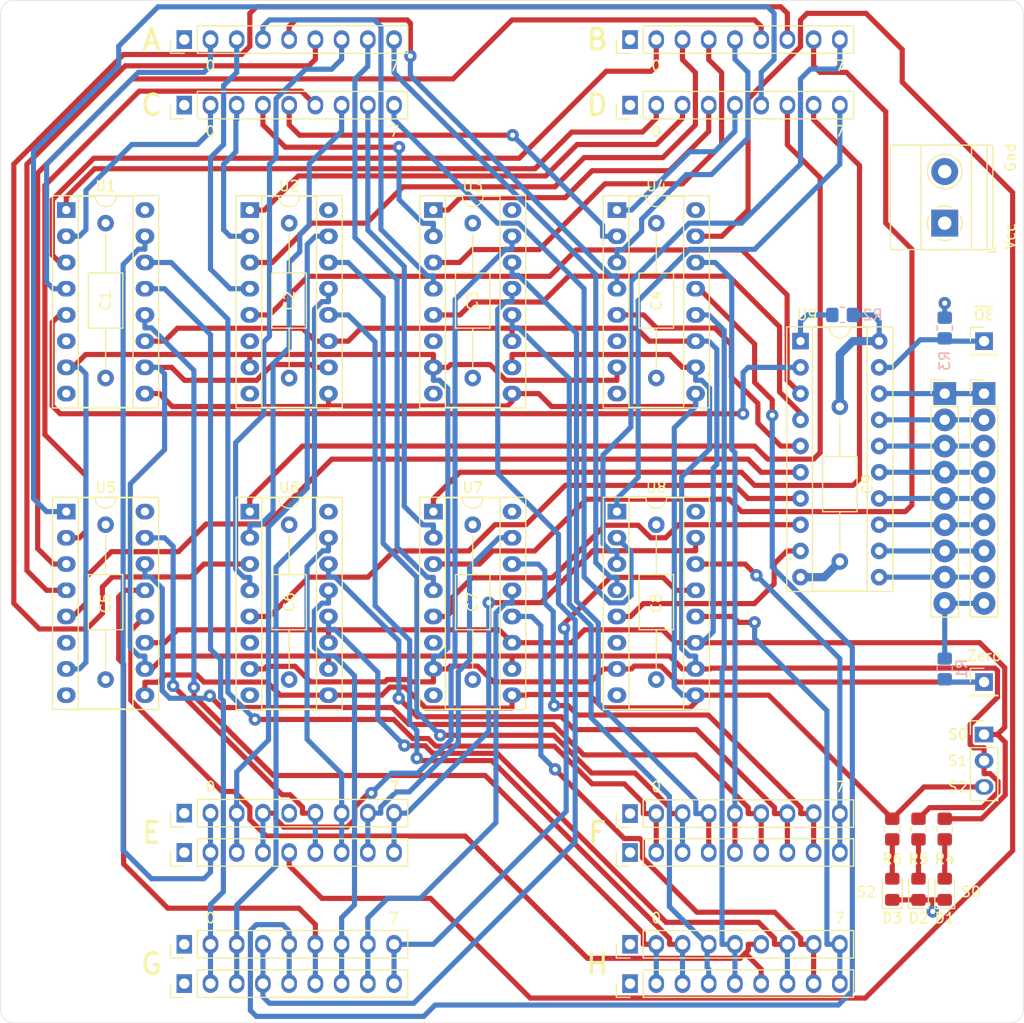
<source format=kicad_pcb>
(kicad_pcb (version 20171130) (host pcbnew "(5.1.8)-1")
  (layers (0 F.Cu signal) (1 In1.Cu power) (2 In2.Cu power) (31 B.Cu signal) (34 B.Paste user) (35 F.Paste user) (36 B.SilkS user) (37 F.SilkS user) (38 B.Mask user) (39 F.Mask user) (44 Edge.Cuts user))
  (net 0 "")
  (net 1 GND)
  (net 2 VCC)
  (net 3 /A7)
  (net 4 /A6)
  (net 5 /A5)
  (net 6 /A4)
  (net 7 /A3)
  (net 8 /A2)
  (net 9 /A1)
  (net 10 /A0)
  (net 11 /E7)
  (net 12 /E6)
  (net 13 /E5)
  (net 14 /E4)
  (net 15 /E3)
  (net 16 /E2)
  (net 17 /E1)
  (net 18 /E0)
  (net 19 /B7)
  (net 20 /B6)
  (net 21 /B5)
  (net 22 /B4)
  (net 23 /B3)
  (net 24 /B2)
  (net 25 /B1)
  (net 26 /B0)
  (net 27 /F7)
  (net 28 /F6)
  (net 29 /F5)
  (net 30 /F4)
  (net 31 /F3)
  (net 32 /F2)
  (net 33 /F1)
  (net 34 /F0)
  (net 35 /C7)
  (net 36 /C6)
  (net 37 /C5)
  (net 38 /C4)
  (net 39 /C3)
  (net 40 /C2)
  (net 41 /C1)
  (net 42 /C0)
  (net 43 /G7)
  (net 44 /G6)
  (net 45 /G5)
  (net 46 /G4)
  (net 47 /G3)
  (net 48 /G2)
  (net 49 /G1)
  (net 50 /G0)
  (net 51 /D7)
  (net 52 /D6)
  (net 53 /D5)
  (net 54 /D4)
  (net 55 /D3)
  (net 56 /D2)
  (net 57 /D1)
  (net 58 /D0)
  (net 59 /H7)
  (net 60 /H6)
  (net 61 /H5)
  (net 62 /H4)
  (net 63 /H3)
  (net 64 /H2)
  (net 65 /H1)
  (net 66 /H0)
  (net 67 /S2)
  (net 68 /S1)
  (net 69 /S0)
  (net 70 /O7)
  (net 71 /O6)
  (net 72 /O5)
  (net 73 /O4)
  (net 74 /O3)
  (net 75 /O2)
  (net 76 /O1)
  (net 77 /O0)
  (net 78 /~E)
  (net 79 "Net-(U1-Pad6)")
  (net 80 "Net-(U2-Pad6)")
  (net 81 "Net-(U3-Pad6)")
  (net 82 "Net-(U4-Pad6)")
  (net 83 "Net-(U5-Pad6)")
  (net 84 "Net-(U6-Pad6)")
  (net 85 "Net-(U7-Pad6)")
  (net 86 "Net-(U8-Pad6)")
  (net 87 /BUS7)
  (net 88 /BUS6)
  (net 89 /BUS5)
  (net 90 /BUS4)
  (net 91 /BUS3)
  (net 92 /BUS2)
  (net 93 /BUS1)
  (net 94 /BUS0)
  (net 95 /~OE)
  (net 96 "Net-(R2-Pad1)")
  (net 97 "Net-(D1-Pad2)")
  (net 98 "Net-(D2-Pad2)")
  (net 99 "Net-(D3-Pad2)")
  (module Resistor_SMD:R_0805_2012Metric_Pad1.20x1.40mm_HandSolder (layer F.Cu) (at 142.24 118.38 90)
    (fp_text reference R6 (at -2.905 0 180) (layer F.SilkS))
    (fp_text value 1k)
    (pad 2 smd roundrect (at 1 0 90) (size 1.2 1.4) (layers F.Cu F.Paste F.Mask) (roundrect_rratio 0.2083325) (net 67 /S2))
    (pad 1 smd roundrect (at -1 0 90) (size 1.2 1.4) (layers F.Cu F.Paste F.Mask) (roundrect_rratio 0.2083325) (net 99 "Net-(D3-Pad2)"))
  )
  (module Resistor_SMD:R_0805_2012Metric_Pad1.20x1.40mm_HandSolder (layer F.Cu) (at 144.78 118.38 90)
    (fp_text reference R5 (at -2.905 0 180) (layer F.SilkS))
    (fp_text value 1k)
    (pad 2 smd roundrect (at 1 0 90) (size 1.2 1.4) (layers F.Cu F.Paste F.Mask) (roundrect_rratio 0.2083325) (net 68 /S1))
    (pad 1 smd roundrect (at -1 0 90) (size 1.2 1.4) (layers F.Cu F.Paste F.Mask) (roundrect_rratio 0.2083325) (net 98 "Net-(D2-Pad2)"))
  )
  (module Resistor_SMD:R_0805_2012Metric_Pad1.20x1.40mm_HandSolder (layer F.Cu) (at 147.32 118.38 90)
    (fp_text reference R4 (at -2.905 0 180) (layer F.SilkS))
    (fp_text value 1k)
    (pad 2 smd roundrect (at 1 0 90) (size 1.2 1.4) (layers F.Cu F.Paste F.Mask) (roundrect_rratio 0.2083325) (net 69 /S0))
    (pad 1 smd roundrect (at -1 0 90) (size 1.2 1.4) (layers F.Cu F.Paste F.Mask) (roundrect_rratio 0.2083325) (net 97 "Net-(D1-Pad2)"))
  )
  (module LED_SMD:LED_0805_2012Metric_Pad1.15x1.40mm_HandSolder (layer F.Cu) (at 142.24 124.215 90)
    (fp_text reference D3 (at -2.785 0 180) (layer F.SilkS))
    (fp_text value LED)
    (pad 2 smd roundrect (at 1.025 0 90) (size 1.15 1.4) (layers F.Cu F.Paste F.Mask) (roundrect_rratio 0.2173904347826087) (net 99 "Net-(D3-Pad2)"))
    (pad 1 smd roundrect (at -1.025 0 90) (size 1.15 1.4) (layers F.Cu F.Paste F.Mask) (roundrect_rratio 0.2173904347826087) (net 1 GND))
  )
  (module LED_SMD:LED_0805_2012Metric_Pad1.15x1.40mm_HandSolder (layer F.Cu) (at 144.78 124.215 90)
    (fp_text reference D2 (at -2.785 0 180) (layer F.SilkS))
    (fp_text value LED)
    (pad 2 smd roundrect (at 1.025 0 90) (size 1.15 1.4) (layers F.Cu F.Paste F.Mask) (roundrect_rratio 0.2173904347826087) (net 98 "Net-(D2-Pad2)"))
    (pad 1 smd roundrect (at -1.025 0 90) (size 1.15 1.4) (layers F.Cu F.Paste F.Mask) (roundrect_rratio 0.2173904347826087) (net 1 GND))
  )
  (module LED_SMD:LED_0805_2012Metric_Pad1.15x1.40mm_HandSolder (layer F.Cu) (at 147.32 124.215 90)
    (fp_text reference D1 (at -2.785 0 180) (layer F.SilkS))
    (fp_text value LED)
    (pad 2 smd roundrect (at 1.025 0 90) (size 1.15 1.4) (layers F.Cu F.Paste F.Mask) (roundrect_rratio 0.2173904347826087) (net 97 "Net-(D1-Pad2)"))
    (pad 1 smd roundrect (at -1.025 0 90) (size 1.15 1.4) (layers F.Cu F.Paste F.Mask) (roundrect_rratio 0.2173904347826087) (net 1 GND))
  )
  (module Capacitor_THT:C_Axial_L5.1mm_D3.1mm_P15.00mm_Horizontal (layer F.Cu) (at 137.16 77.47 270)
    (fp_text reference C9 (at 7.5 -2.67 90) (layer F.SilkS))
    (fp_text value 0.1uF)
    (pad 2 thru_hole oval (at 15 0 270) (size 1.6 1.6) (drill 0.8) (layers *.Cu *.Mask) (net 1 GND))
    (pad 1 thru_hole circle (at 0 0 270) (size 1.6 1.6) (drill 0.8) (layers *.Cu *.Mask) (net 2 VCC))
  )
  (module Package_DIP:DIP-20_W7.62mm_Socket (layer F.Cu) (at 133.35 71.12)
    (fp_text reference U9 (at 0.635 -2.54) (layer F.SilkS))
    (fp_text value 74HC245)
    (pad 20 thru_hole oval (at 7.62 0) (size 1.6 1.6) (drill 0.8) (layers *.Cu *.Mask) (net 2 VCC))
    (pad 10 thru_hole oval (at 0 22.86) (size 1.6 1.6) (drill 0.8) (layers *.Cu *.Mask) (net 1 GND))
    (pad 19 thru_hole oval (at 7.62 2.54) (size 1.6 1.6) (drill 0.8) (layers *.Cu *.Mask) (net 95 /~OE))
    (pad 9 thru_hole oval (at 0 20.32) (size 1.6 1.6) (drill 0.8) (layers *.Cu *.Mask) (net 70 /O7))
    (pad 18 thru_hole oval (at 7.62 5.08) (size 1.6 1.6) (drill 0.8) (layers *.Cu *.Mask) (net 94 /BUS0))
    (pad 8 thru_hole oval (at 0 17.78) (size 1.6 1.6) (drill 0.8) (layers *.Cu *.Mask) (net 71 /O6))
    (pad 17 thru_hole oval (at 7.62 7.62) (size 1.6 1.6) (drill 0.8) (layers *.Cu *.Mask) (net 93 /BUS1))
    (pad 7 thru_hole oval (at 0 15.24) (size 1.6 1.6) (drill 0.8) (layers *.Cu *.Mask) (net 72 /O5))
    (pad 16 thru_hole oval (at 7.62 10.16) (size 1.6 1.6) (drill 0.8) (layers *.Cu *.Mask) (net 92 /BUS2))
    (pad 6 thru_hole oval (at 0 12.7) (size 1.6 1.6) (drill 0.8) (layers *.Cu *.Mask) (net 73 /O4))
    (pad 15 thru_hole oval (at 7.62 12.7) (size 1.6 1.6) (drill 0.8) (layers *.Cu *.Mask) (net 91 /BUS3))
    (pad 5 thru_hole oval (at 0 10.16) (size 1.6 1.6) (drill 0.8) (layers *.Cu *.Mask) (net 74 /O3))
    (pad 14 thru_hole oval (at 7.62 15.24) (size 1.6 1.6) (drill 0.8) (layers *.Cu *.Mask) (net 90 /BUS4))
    (pad 4 thru_hole oval (at 0 7.62) (size 1.6 1.6) (drill 0.8) (layers *.Cu *.Mask) (net 75 /O2))
    (pad 13 thru_hole oval (at 7.62 17.78) (size 1.6 1.6) (drill 0.8) (layers *.Cu *.Mask) (net 89 /BUS5))
    (pad 3 thru_hole oval (at 0 5.08) (size 1.6 1.6) (drill 0.8) (layers *.Cu *.Mask) (net 76 /O1))
    (pad 12 thru_hole oval (at 7.62 20.32) (size 1.6 1.6) (drill 0.8) (layers *.Cu *.Mask) (net 88 /BUS6))
    (pad 2 thru_hole oval (at 0 2.54) (size 1.6 1.6) (drill 0.8) (layers *.Cu *.Mask) (net 77 /O0))
    (pad 11 thru_hole oval (at 7.62 22.86) (size 1.6 1.6) (drill 0.8) (layers *.Cu *.Mask) (net 87 /BUS7))
    (pad 1 thru_hole rect (at 0 0) (size 1.6 1.6) (drill 0.8) (layers *.Cu *.Mask) (net 96 "Net-(R2-Pad1)"))
  )
  (module Resistor_SMD:R_0805_2012Metric_Pad1.20x1.40mm_HandSolder (layer B.Cu) (at 147.32 69.85 90)
    (fp_text reference R3 (at -3.175 0 90) (layer B.SilkS) (effects (justify mirror)))
    (fp_text value 10k)
    (pad 2 smd roundrect (at 1 0 90) (size 1.2 1.4) (layers B.Cu B.Paste B.Mask) (roundrect_rratio 0.2083325) (net 1 GND))
    (pad 1 smd roundrect (at -1 0 90) (size 1.2 1.4) (layers B.Cu B.Paste B.Mask) (roundrect_rratio 0.2083325) (net 95 /~OE))
  )
  (module Resistor_SMD:R_0805_2012Metric_Pad1.20x1.40mm_HandSolder (layer B.Cu) (at 137.43 68.58)
    (fp_text reference R2 (at 2.905 0) (layer B.SilkS) (effects (justify mirror)))
    (fp_text value 10k)
    (pad 2 smd roundrect (at 1 0) (size 1.2 1.4) (layers B.Cu B.Paste B.Mask) (roundrect_rratio 0.2083325) (net 2 VCC))
    (pad 1 smd roundrect (at -1 0) (size 1.2 1.4) (layers B.Cu B.Paste B.Mask) (roundrect_rratio 0.2083325) (net 96 "Net-(R2-Pad1)"))
  )
  (module Connector_PinHeader_2.54mm:PinHeader_1x01_P2.54mm_Vertical (layer F.Cu) (at 151.13 71.12)
    (fp_text reference J7 hide)
    (fp_text value Conn_01x01_Male)
    (pad 1 thru_hole rect (at 0 0) (size 1.7 1.7) (drill 1) (layers *.Cu *.Mask) (net 95 /~OE))
  )
  (module Connector_PinHeader_2.54mm:PinHeader_1x09_P2.54mm_Vertical (layer F.Cu) (at 147.32 76.2)
    (fp_text reference J3 hide)
    (fp_text value Conn_01x09_Male)
    (pad 9 thru_hole oval (at 0 20.32) (size 2.2 2.2) (drill 1) (layers *.Cu *.Mask) (net 1 GND))
    (pad 8 thru_hole oval (at 0 17.78) (size 2.2 2.2) (drill 1) (layers *.Cu *.Mask) (net 87 /BUS7))
    (pad 7 thru_hole oval (at 0 15.24) (size 2.2 2.2) (drill 1) (layers *.Cu *.Mask) (net 88 /BUS6))
    (pad 6 thru_hole oval (at 0 12.7) (size 2.2 2.2) (drill 1) (layers *.Cu *.Mask) (net 89 /BUS5))
    (pad 5 thru_hole oval (at 0 10.16) (size 2.2 2.2) (drill 1) (layers *.Cu *.Mask) (net 90 /BUS4))
    (pad 4 thru_hole oval (at 0 7.62) (size 2.2 2.2) (drill 1) (layers *.Cu *.Mask) (net 91 /BUS3))
    (pad 3 thru_hole oval (at 0 5.08) (size 2.2 2.2) (drill 1) (layers *.Cu *.Mask) (net 92 /BUS2))
    (pad 2 thru_hole oval (at 0 2.54) (size 2.2 2.2) (drill 1) (layers *.Cu *.Mask) (net 93 /BUS1))
    (pad 1 thru_hole rect (at 0 0) (size 2.2 2.2) (drill 1) (layers *.Cu *.Mask) (net 94 /BUS0))
  )
  (module Connector_PinHeader_2.54mm:PinHeader_1x09_P2.54mm_Vertical (layer F.Cu) (at 151.13 76.2)
    (fp_text reference J21 hide)
    (fp_text value Conn_01x09_Male)
    (pad 9 thru_hole oval (at 0 20.32) (size 2.2 2.2) (drill 1) (layers *.Cu *.Mask) (net 1 GND))
    (pad 8 thru_hole oval (at 0 17.78) (size 2.2 2.2) (drill 1) (layers *.Cu *.Mask) (net 87 /BUS7))
    (pad 7 thru_hole oval (at 0 15.24) (size 2.2 2.2) (drill 1) (layers *.Cu *.Mask) (net 88 /BUS6))
    (pad 6 thru_hole oval (at 0 12.7) (size 2.2 2.2) (drill 1) (layers *.Cu *.Mask) (net 89 /BUS5))
    (pad 5 thru_hole oval (at 0 10.16) (size 2.2 2.2) (drill 1) (layers *.Cu *.Mask) (net 90 /BUS4))
    (pad 4 thru_hole oval (at 0 7.62) (size 2.2 2.2) (drill 1) (layers *.Cu *.Mask) (net 91 /BUS3))
    (pad 3 thru_hole oval (at 0 5.08) (size 2.2 2.2) (drill 1) (layers *.Cu *.Mask) (net 92 /BUS2))
    (pad 2 thru_hole oval (at 0 2.54) (size 2.2 2.2) (drill 1) (layers *.Cu *.Mask) (net 93 /BUS1))
    (pad 1 thru_hole rect (at 0 0) (size 2.2 2.2) (drill 1) (layers *.Cu *.Mask) (net 94 /BUS0))
  )
  (module Connector_PinHeader_2.54mm:PinHeader_1x09_P2.54mm_Vertical (layer F.Cu) (at 116.84 129.54 90)
    (fp_text reference J18 hide)
    (fp_text value Conn_01x09_Male)
    (pad 9 thru_hole oval (at 0 20.32 90) (size 1.8 1.5) (drill 1) (layers *.Cu *.Mask) (net 59 /H7))
    (pad 8 thru_hole oval (at 0 17.78 90) (size 1.8 1.5) (drill 1) (layers *.Cu *.Mask) (net 60 /H6))
    (pad 7 thru_hole oval (at 0 15.24 90) (size 1.8 1.5) (drill 1) (layers *.Cu *.Mask) (net 61 /H5))
    (pad 6 thru_hole oval (at 0 12.7 90) (size 1.8 1.5) (drill 1) (layers *.Cu *.Mask) (net 62 /H4))
    (pad 5 thru_hole oval (at 0 10.16 90) (size 1.8 1.5) (drill 1) (layers *.Cu *.Mask) (net 63 /H3))
    (pad 4 thru_hole oval (at 0 7.62 90) (size 1.8 1.5) (drill 1) (layers *.Cu *.Mask) (net 64 /H2))
    (pad 3 thru_hole oval (at 0 5.08 90) (size 1.8 1.5) (drill 1) (layers *.Cu *.Mask) (net 65 /H1))
    (pad 2 thru_hole oval (at 0 2.54 90) (size 1.8 1.5) (drill 1) (layers *.Cu *.Mask) (net 66 /H0))
    (pad 1 thru_hole rect (at 0 0 90) (size 1.8 1.5) (drill 1) (layers *.Cu *.Mask) (net 1 GND))
  )
  (module Connector_PinHeader_2.54mm:PinHeader_1x09_P2.54mm_Vertical (layer F.Cu) (at 116.84 133.35 90)
    (fp_text reference J16 hide)
    (fp_text value Conn_01x09_Male)
    (pad 9 thru_hole oval (at 0 20.32 90) (size 1.8 1.5) (drill 1) (layers *.Cu *.Mask) (net 59 /H7))
    (pad 8 thru_hole oval (at 0 17.78 90) (size 1.8 1.5) (drill 1) (layers *.Cu *.Mask) (net 60 /H6))
    (pad 7 thru_hole oval (at 0 15.24 90) (size 1.8 1.5) (drill 1) (layers *.Cu *.Mask) (net 61 /H5))
    (pad 6 thru_hole oval (at 0 12.7 90) (size 1.8 1.5) (drill 1) (layers *.Cu *.Mask) (net 62 /H4))
    (pad 5 thru_hole oval (at 0 10.16 90) (size 1.8 1.5) (drill 1) (layers *.Cu *.Mask) (net 63 /H3))
    (pad 4 thru_hole oval (at 0 7.62 90) (size 1.8 1.5) (drill 1) (layers *.Cu *.Mask) (net 64 /H2))
    (pad 3 thru_hole oval (at 0 5.08 90) (size 1.8 1.5) (drill 1) (layers *.Cu *.Mask) (net 65 /H1))
    (pad 2 thru_hole oval (at 0 2.54 90) (size 1.8 1.5) (drill 1) (layers *.Cu *.Mask) (net 66 /H0))
    (pad 1 thru_hole rect (at 0 0 90) (size 1.8 1.5) (drill 1) (layers *.Cu *.Mask) (net 1 GND))
  )
  (module Connector_PinHeader_2.54mm:PinHeader_1x09_P2.54mm_Vertical (layer F.Cu) (at 116.84 48.26 90)
    (fp_text reference J15 hide)
    (fp_text value Conn_01x09_Male)
    (pad 9 thru_hole oval (at 0 20.32 90) (size 1.8 1.5) (drill 1) (layers *.Cu *.Mask) (net 51 /D7))
    (pad 8 thru_hole oval (at 0 17.78 90) (size 1.8 1.5) (drill 1) (layers *.Cu *.Mask) (net 52 /D6))
    (pad 7 thru_hole oval (at 0 15.24 90) (size 1.8 1.5) (drill 1) (layers *.Cu *.Mask) (net 53 /D5))
    (pad 6 thru_hole oval (at 0 12.7 90) (size 1.8 1.5) (drill 1) (layers *.Cu *.Mask) (net 54 /D4))
    (pad 5 thru_hole oval (at 0 10.16 90) (size 1.8 1.5) (drill 1) (layers *.Cu *.Mask) (net 55 /D3))
    (pad 4 thru_hole oval (at 0 7.62 90) (size 1.8 1.5) (drill 1) (layers *.Cu *.Mask) (net 56 /D2))
    (pad 3 thru_hole oval (at 0 5.08 90) (size 1.8 1.5) (drill 1) (layers *.Cu *.Mask) (net 57 /D1))
    (pad 2 thru_hole oval (at 0 2.54 90) (size 1.8 1.5) (drill 1) (layers *.Cu *.Mask) (net 58 /D0))
    (pad 1 thru_hole rect (at 0 0 90) (size 1.8 1.5) (drill 1) (layers *.Cu *.Mask) (net 1 GND))
  )
  (module Connector_PinHeader_2.54mm:PinHeader_1x09_P2.54mm_Vertical (layer F.Cu) (at 73.66 133.35 90)
    (fp_text reference J14 hide)
    (fp_text value Conn_01x09_Male)
    (pad 9 thru_hole oval (at 0 20.32 90) (size 1.8 1.5) (drill 1) (layers *.Cu *.Mask) (net 43 /G7))
    (pad 8 thru_hole oval (at 0 17.78 90) (size 1.8 1.5) (drill 1) (layers *.Cu *.Mask) (net 44 /G6))
    (pad 7 thru_hole oval (at 0 15.24 90) (size 1.8 1.5) (drill 1) (layers *.Cu *.Mask) (net 45 /G5))
    (pad 6 thru_hole oval (at 0 12.7 90) (size 1.8 1.5) (drill 1) (layers *.Cu *.Mask) (net 46 /G4))
    (pad 5 thru_hole oval (at 0 10.16 90) (size 1.8 1.5) (drill 1) (layers *.Cu *.Mask) (net 47 /G3))
    (pad 4 thru_hole oval (at 0 7.62 90) (size 1.8 1.5) (drill 1) (layers *.Cu *.Mask) (net 48 /G2))
    (pad 3 thru_hole oval (at 0 5.08 90) (size 1.8 1.5) (drill 1) (layers *.Cu *.Mask) (net 49 /G1))
    (pad 2 thru_hole oval (at 0 2.54 90) (size 1.8 1.5) (drill 1) (layers *.Cu *.Mask) (net 50 /G0))
    (pad 1 thru_hole rect (at 0 0 90) (size 1.8 1.5) (drill 1) (layers *.Cu *.Mask) (net 1 GND))
  )
  (module Connector_PinHeader_2.54mm:PinHeader_1x09_P2.54mm_Vertical (layer F.Cu) (at 73.66 129.54 90)
    (fp_text reference J12 hide)
    (fp_text value Conn_01x09_Male)
    (pad 9 thru_hole oval (at 0 20.32 90) (size 1.8 1.5) (drill 1) (layers *.Cu *.Mask) (net 43 /G7))
    (pad 8 thru_hole oval (at 0 17.78 90) (size 1.8 1.5) (drill 1) (layers *.Cu *.Mask) (net 44 /G6))
    (pad 7 thru_hole oval (at 0 15.24 90) (size 1.8 1.5) (drill 1) (layers *.Cu *.Mask) (net 45 /G5))
    (pad 6 thru_hole oval (at 0 12.7 90) (size 1.8 1.5) (drill 1) (layers *.Cu *.Mask) (net 46 /G4))
    (pad 5 thru_hole oval (at 0 10.16 90) (size 1.8 1.5) (drill 1) (layers *.Cu *.Mask) (net 47 /G3))
    (pad 4 thru_hole oval (at 0 7.62 90) (size 1.8 1.5) (drill 1) (layers *.Cu *.Mask) (net 48 /G2))
    (pad 3 thru_hole oval (at 0 5.08 90) (size 1.8 1.5) (drill 1) (layers *.Cu *.Mask) (net 49 /G1))
    (pad 2 thru_hole oval (at 0 2.54 90) (size 1.8 1.5) (drill 1) (layers *.Cu *.Mask) (net 50 /G0))
    (pad 1 thru_hole rect (at 0 0 90) (size 1.8 1.5) (drill 1) (layers *.Cu *.Mask) (net 1 GND))
  )
  (module Connector_PinHeader_2.54mm:PinHeader_1x09_P2.54mm_Vertical (layer F.Cu) (at 73.66 48.26 90)
    (fp_text reference J11 hide)
    (fp_text value Conn_01x09_Male)
    (pad 9 thru_hole oval (at 0 20.32 90) (size 1.8 1.5) (drill 1) (layers *.Cu *.Mask) (net 35 /C7))
    (pad 8 thru_hole oval (at 0 17.78 90) (size 1.8 1.5) (drill 1) (layers *.Cu *.Mask) (net 36 /C6))
    (pad 7 thru_hole oval (at 0 15.24 90) (size 1.8 1.5) (drill 1) (layers *.Cu *.Mask) (net 37 /C5))
    (pad 6 thru_hole oval (at 0 12.7 90) (size 1.8 1.5) (drill 1) (layers *.Cu *.Mask) (net 38 /C4))
    (pad 5 thru_hole oval (at 0 10.16 90) (size 1.8 1.5) (drill 1) (layers *.Cu *.Mask) (net 39 /C3))
    (pad 4 thru_hole oval (at 0 7.62 90) (size 1.8 1.5) (drill 1) (layers *.Cu *.Mask) (net 40 /C2))
    (pad 3 thru_hole oval (at 0 5.08 90) (size 1.8 1.5) (drill 1) (layers *.Cu *.Mask) (net 41 /C1))
    (pad 2 thru_hole oval (at 0 2.54 90) (size 1.8 1.5) (drill 1) (layers *.Cu *.Mask) (net 42 /C0))
    (pad 1 thru_hole rect (at 0 0 90) (size 1.8 1.5) (drill 1) (layers *.Cu *.Mask) (net 1 GND))
  )
  (module Connector_PinHeader_2.54mm:PinHeader_1x09_P2.54mm_Vertical (layer F.Cu) (at 116.84 116.88 90)
    (fp_text reference J8 hide)
    (fp_text value Conn_01x09_Male)
    (pad 9 thru_hole oval (at 0 20.32 90) (size 1.8 1.5) (drill 1) (layers *.Cu *.Mask) (net 27 /F7))
    (pad 8 thru_hole oval (at 0 17.78 90) (size 1.8 1.5) (drill 1) (layers *.Cu *.Mask) (net 28 /F6))
    (pad 7 thru_hole oval (at 0 15.24 90) (size 1.8 1.5) (drill 1) (layers *.Cu *.Mask) (net 29 /F5))
    (pad 6 thru_hole oval (at 0 12.7 90) (size 1.8 1.5) (drill 1) (layers *.Cu *.Mask) (net 30 /F4))
    (pad 5 thru_hole oval (at 0 10.16 90) (size 1.8 1.5) (drill 1) (layers *.Cu *.Mask) (net 31 /F3))
    (pad 4 thru_hole oval (at 0 7.62 90) (size 1.8 1.5) (drill 1) (layers *.Cu *.Mask) (net 32 /F2))
    (pad 3 thru_hole oval (at 0 5.08 90) (size 1.8 1.5) (drill 1) (layers *.Cu *.Mask) (net 33 /F1))
    (pad 2 thru_hole oval (at 0 2.54 90) (size 1.8 1.5) (drill 1) (layers *.Cu *.Mask) (net 34 /F0))
    (pad 1 thru_hole rect (at 0 0 90) (size 1.8 1.5) (drill 1) (layers *.Cu *.Mask) (net 1 GND))
  )
  (module Connector_PinHeader_2.54mm:PinHeader_1x09_P2.54mm_Vertical (layer F.Cu) (at 116.84 120.65 90)
    (fp_text reference J6 hide)
    (fp_text value Conn_01x09_Male)
    (pad 9 thru_hole oval (at 0 20.32 90) (size 1.8 1.5) (drill 1) (layers *.Cu *.Mask) (net 27 /F7))
    (pad 8 thru_hole oval (at 0 17.78 90) (size 1.8 1.5) (drill 1) (layers *.Cu *.Mask) (net 28 /F6))
    (pad 7 thru_hole oval (at 0 15.24 90) (size 1.8 1.5) (drill 1) (layers *.Cu *.Mask) (net 29 /F5))
    (pad 6 thru_hole oval (at 0 12.7 90) (size 1.8 1.5) (drill 1) (layers *.Cu *.Mask) (net 30 /F4))
    (pad 5 thru_hole oval (at 0 10.16 90) (size 1.8 1.5) (drill 1) (layers *.Cu *.Mask) (net 31 /F3))
    (pad 4 thru_hole oval (at 0 7.62 90) (size 1.8 1.5) (drill 1) (layers *.Cu *.Mask) (net 32 /F2))
    (pad 3 thru_hole oval (at 0 5.08 90) (size 1.8 1.5) (drill 1) (layers *.Cu *.Mask) (net 33 /F1))
    (pad 2 thru_hole oval (at 0 2.54 90) (size 1.8 1.5) (drill 1) (layers *.Cu *.Mask) (net 34 /F0))
    (pad 1 thru_hole rect (at 0 0 90) (size 1.8 1.5) (drill 1) (layers *.Cu *.Mask) (net 1 GND))
  )
  (module Connector_PinHeader_2.54mm:PinHeader_1x09_P2.54mm_Vertical (layer F.Cu) (at 116.84 41.91 90)
    (fp_text reference J5 hide)
    (fp_text value Conn_01x09_Male)
    (pad 9 thru_hole oval (at 0 20.32 90) (size 1.8 1.5) (drill 1) (layers *.Cu *.Mask) (net 19 /B7))
    (pad 8 thru_hole oval (at 0 17.78 90) (size 1.8 1.5) (drill 1) (layers *.Cu *.Mask) (net 20 /B6))
    (pad 7 thru_hole oval (at 0 15.24 90) (size 1.8 1.5) (drill 1) (layers *.Cu *.Mask) (net 21 /B5))
    (pad 6 thru_hole oval (at 0 12.7 90) (size 1.8 1.5) (drill 1) (layers *.Cu *.Mask) (net 22 /B4))
    (pad 5 thru_hole oval (at 0 10.16 90) (size 1.8 1.5) (drill 1) (layers *.Cu *.Mask) (net 23 /B3))
    (pad 4 thru_hole oval (at 0 7.62 90) (size 1.8 1.5) (drill 1) (layers *.Cu *.Mask) (net 24 /B2))
    (pad 3 thru_hole oval (at 0 5.08 90) (size 1.8 1.5) (drill 1) (layers *.Cu *.Mask) (net 25 /B1))
    (pad 2 thru_hole oval (at 0 2.54 90) (size 1.8 1.5) (drill 1) (layers *.Cu *.Mask) (net 26 /B0))
    (pad 1 thru_hole rect (at 0 0 90) (size 1.8 1.5) (drill 1) (layers *.Cu *.Mask) (net 1 GND))
  )
  (module Connector_PinHeader_2.54mm:PinHeader_1x09_P2.54mm_Vertical (layer F.Cu) (at 73.66 116.84 90)
    (fp_text reference J4 hide)
    (fp_text value Conn_01x09_Male)
    (pad 9 thru_hole oval (at 0 20.32 90) (size 1.8 1.5) (drill 1) (layers *.Cu *.Mask) (net 11 /E7))
    (pad 8 thru_hole oval (at 0 17.78 90) (size 1.8 1.5) (drill 1) (layers *.Cu *.Mask) (net 12 /E6))
    (pad 7 thru_hole oval (at 0 15.24 90) (size 1.8 1.5) (drill 1) (layers *.Cu *.Mask) (net 13 /E5))
    (pad 6 thru_hole oval (at 0 12.7 90) (size 1.8 1.5) (drill 1) (layers *.Cu *.Mask) (net 14 /E4))
    (pad 5 thru_hole oval (at 0 10.16 90) (size 1.8 1.5) (drill 1) (layers *.Cu *.Mask) (net 15 /E3))
    (pad 4 thru_hole oval (at 0 7.62 90) (size 1.8 1.5) (drill 1) (layers *.Cu *.Mask) (net 16 /E2))
    (pad 3 thru_hole oval (at 0 5.08 90) (size 1.8 1.5) (drill 1) (layers *.Cu *.Mask) (net 17 /E1))
    (pad 2 thru_hole oval (at 0 2.54 90) (size 1.8 1.5) (drill 1) (layers *.Cu *.Mask) (net 18 /E0))
    (pad 1 thru_hole rect (at 0 0 90) (size 1.8 1.5) (drill 1) (layers *.Cu *.Mask) (net 1 GND))
  )
  (module Connector_PinHeader_2.54mm:PinHeader_1x09_P2.54mm_Vertical (layer F.Cu) (at 73.66 120.65 90)
    (fp_text reference J2 hide)
    (fp_text value Conn_01x09_Male)
    (pad 9 thru_hole oval (at 0 20.32 90) (size 1.8 1.5) (drill 1) (layers *.Cu *.Mask) (net 11 /E7))
    (pad 8 thru_hole oval (at 0 17.78 90) (size 1.8 1.5) (drill 1) (layers *.Cu *.Mask) (net 12 /E6))
    (pad 7 thru_hole oval (at 0 15.24 90) (size 1.8 1.5) (drill 1) (layers *.Cu *.Mask) (net 13 /E5))
    (pad 6 thru_hole oval (at 0 12.7 90) (size 1.8 1.5) (drill 1) (layers *.Cu *.Mask) (net 14 /E4))
    (pad 5 thru_hole oval (at 0 10.16 90) (size 1.8 1.5) (drill 1) (layers *.Cu *.Mask) (net 15 /E3))
    (pad 4 thru_hole oval (at 0 7.62 90) (size 1.8 1.5) (drill 1) (layers *.Cu *.Mask) (net 16 /E2))
    (pad 3 thru_hole oval (at 0 5.08 90) (size 1.8 1.5) (drill 1) (layers *.Cu *.Mask) (net 17 /E1))
    (pad 2 thru_hole oval (at 0 2.54 90) (size 1.8 1.5) (drill 1) (layers *.Cu *.Mask) (net 18 /E0))
    (pad 1 thru_hole rect (at 0 0 90) (size 1.8 1.5) (drill 1) (layers *.Cu *.Mask) (net 1 GND))
  )
  (module Connector_PinHeader_2.54mm:PinHeader_1x09_P2.54mm_Vertical (layer F.Cu) (at 73.66 41.91 90)
    (fp_text reference J1 hide)
    (fp_text value Conn_01x09_Male)
    (pad 9 thru_hole oval (at 0 20.32 90) (size 1.8 1.5) (drill 1) (layers *.Cu *.Mask) (net 3 /A7))
    (pad 8 thru_hole oval (at 0 17.78 90) (size 1.8 1.5) (drill 1) (layers *.Cu *.Mask) (net 4 /A6))
    (pad 7 thru_hole oval (at 0 15.24 90) (size 1.8 1.5) (drill 1) (layers *.Cu *.Mask) (net 5 /A5))
    (pad 6 thru_hole oval (at 0 12.7 90) (size 1.8 1.5) (drill 1) (layers *.Cu *.Mask) (net 6 /A4))
    (pad 5 thru_hole oval (at 0 10.16 90) (size 1.8 1.5) (drill 1) (layers *.Cu *.Mask) (net 7 /A3))
    (pad 4 thru_hole oval (at 0 7.62 90) (size 1.8 1.5) (drill 1) (layers *.Cu *.Mask) (net 8 /A2))
    (pad 3 thru_hole oval (at 0 5.08 90) (size 1.8 1.5) (drill 1) (layers *.Cu *.Mask) (net 9 /A1))
    (pad 2 thru_hole oval (at 0 2.54 90) (size 1.8 1.5) (drill 1) (layers *.Cu *.Mask) (net 10 /A0))
    (pad 1 thru_hole rect (at 0 0 90) (size 1.8 1.5) (drill 1) (layers *.Cu *.Mask) (net 1 GND))
  )
  (module Capacitor_THT:C_Axial_L5.1mm_D3.1mm_P15.00mm_Horizontal (layer F.Cu) (at 119.38 88.9 270)
    (fp_text reference C8 (at 7.62 0 90) (layer F.SilkS))
    (fp_text value 0.1uF)
    (pad 2 thru_hole oval (at 15 0 270) (size 1.6 1.6) (drill 0.8) (layers *.Cu *.Mask) (net 1 GND))
    (pad 1 thru_hole circle (at 0 0 270) (size 1.6 1.6) (drill 0.8) (layers *.Cu *.Mask) (net 2 VCC))
  )
  (module Capacitor_THT:C_Axial_L5.1mm_D3.1mm_P15.00mm_Horizontal (layer F.Cu) (at 101.6 88.9 270)
    (fp_text reference C7 (at 7.5 0 90) (layer F.SilkS))
    (fp_text value 0.1uF)
    (pad 2 thru_hole oval (at 15 0 270) (size 1.6 1.6) (drill 0.8) (layers *.Cu *.Mask) (net 1 GND))
    (pad 1 thru_hole circle (at 0 0 270) (size 1.6 1.6) (drill 0.8) (layers *.Cu *.Mask) (net 2 VCC))
  )
  (module Capacitor_THT:C_Axial_L5.1mm_D3.1mm_P15.00mm_Horizontal (layer F.Cu) (at 83.82 88.9 270)
    (fp_text reference C6 (at 7.5 0 90) (layer F.SilkS))
    (fp_text value 0.1uF)
    (pad 2 thru_hole oval (at 15 0 270) (size 1.6 1.6) (drill 0.8) (layers *.Cu *.Mask) (net 1 GND))
    (pad 1 thru_hole circle (at 0 0 270) (size 1.6 1.6) (drill 0.8) (layers *.Cu *.Mask) (net 2 VCC))
  )
  (module Capacitor_THT:C_Axial_L5.1mm_D3.1mm_P15.00mm_Horizontal (layer F.Cu) (at 66.04 88.9 270)
    (fp_text reference C5 (at 7.62 0 90) (layer F.SilkS))
    (fp_text value 0.1uF)
    (pad 2 thru_hole oval (at 15 0 270) (size 1.6 1.6) (drill 0.8) (layers *.Cu *.Mask) (net 1 GND))
    (pad 1 thru_hole circle (at 0 0 270) (size 1.6 1.6) (drill 0.8) (layers *.Cu *.Mask) (net 2 VCC))
  )
  (module Capacitor_THT:C_Axial_L5.1mm_D3.1mm_P15.00mm_Horizontal (layer F.Cu) (at 119.38 59.69 270)
    (fp_text reference C4 (at 7.5 0 90) (layer F.SilkS))
    (fp_text value 0.1uF)
    (pad 2 thru_hole oval (at 15 0 270) (size 1.6 1.6) (drill 0.8) (layers *.Cu *.Mask) (net 1 GND))
    (pad 1 thru_hole circle (at 0 0 270) (size 1.6 1.6) (drill 0.8) (layers *.Cu *.Mask) (net 2 VCC))
  )
  (module Capacitor_THT:C_Axial_L5.1mm_D3.1mm_P15.00mm_Horizontal (layer F.Cu) (at 101.6 59.69 270)
    (fp_text reference C3 (at 7.5 0 90) (layer F.SilkS))
    (fp_text value 0.1uF)
    (pad 2 thru_hole oval (at 15 0 270) (size 1.6 1.6) (drill 0.8) (layers *.Cu *.Mask) (net 1 GND))
    (pad 1 thru_hole circle (at 0 0 270) (size 1.6 1.6) (drill 0.8) (layers *.Cu *.Mask) (net 2 VCC))
  )
  (module Capacitor_THT:C_Axial_L5.1mm_D3.1mm_P15.00mm_Horizontal (layer F.Cu) (at 83.82 59.69 270)
    (fp_text reference C2 (at 7.5 0 90) (layer F.SilkS))
    (fp_text value 0.1uF)
    (pad 2 thru_hole oval (at 15 0 270) (size 1.6 1.6) (drill 0.8) (layers *.Cu *.Mask) (net 1 GND))
    (pad 1 thru_hole circle (at 0 0 270) (size 1.6 1.6) (drill 0.8) (layers *.Cu *.Mask) (net 2 VCC))
  )
  (module Capacitor_THT:C_Axial_L5.1mm_D3.1mm_P15.00mm_Horizontal (layer F.Cu) (at 66.04 59.69 270)
    (fp_text reference C1 (at 7.5 0 90) (layer F.SilkS))
    (fp_text value 0.1uF)
    (pad 2 thru_hole oval (at 15 0 270) (size 1.6 1.6) (drill 0.8) (layers *.Cu *.Mask) (net 1 GND))
    (pad 1 thru_hole circle (at 0 0 270) (size 1.6 1.6) (drill 0.8) (layers *.Cu *.Mask) (net 2 VCC))
  )
  (module Package_DIP:DIP-16_W7.62mm_Socket (layer F.Cu) (at 115.57 87.63)
    (fp_text reference U8 (at 3.81 -2.33) (layer F.SilkS))
    (fp_text value 74LS151)
    (pad 16 thru_hole oval (at 7.62 0) (size 1.8 1.5) (drill 0.8) (layers *.Cu *.Mask) (net 2 VCC))
    (pad 8 thru_hole oval (at 0 17.78) (size 1.8 1.5) (drill 0.8) (layers *.Cu *.Mask) (net 1 GND))
    (pad 15 thru_hole oval (at 7.62 2.54) (size 1.8 1.5) (drill 0.8) (layers *.Cu *.Mask) (net 11 /E7))
    (pad 7 thru_hole oval (at 0 15.24) (size 1.8 1.5) (drill 0.8) (layers *.Cu *.Mask) (net 78 /~E))
    (pad 14 thru_hole oval (at 7.62 5.08) (size 1.8 1.5) (drill 0.8) (layers *.Cu *.Mask) (net 27 /F7))
    (pad 6 thru_hole oval (at 0 12.7) (size 1.8 1.5) (drill 0.8) (layers *.Cu *.Mask) (net 86 "Net-(U8-Pad6)"))
    (pad 13 thru_hole oval (at 7.62 7.62) (size 1.8 1.5) (drill 0.8) (layers *.Cu *.Mask) (net 43 /G7))
    (pad 5 thru_hole oval (at 0 10.16) (size 1.8 1.5) (drill 0.8) (layers *.Cu *.Mask) (net 70 /O7))
    (pad 12 thru_hole oval (at 7.62 10.16) (size 1.8 1.5) (drill 0.8) (layers *.Cu *.Mask) (net 59 /H7))
    (pad 4 thru_hole oval (at 0 7.62) (size 1.8 1.5) (drill 0.8) (layers *.Cu *.Mask) (net 3 /A7))
    (pad 11 thru_hole oval (at 7.62 12.7) (size 1.8 1.5) (drill 0.8) (layers *.Cu *.Mask) (net 69 /S0))
    (pad 3 thru_hole oval (at 0 5.08) (size 1.8 1.5) (drill 0.8) (layers *.Cu *.Mask) (net 19 /B7))
    (pad 10 thru_hole oval (at 7.62 15.24) (size 1.8 1.5) (drill 0.8) (layers *.Cu *.Mask) (net 68 /S1))
    (pad 2 thru_hole oval (at 0 2.54) (size 1.8 1.5) (drill 0.8) (layers *.Cu *.Mask) (net 35 /C7))
    (pad 9 thru_hole oval (at 7.62 17.78) (size 1.8 1.5) (drill 0.8) (layers *.Cu *.Mask) (net 67 /S2))
    (pad 1 thru_hole rect (at 0 0) (size 1.8 1.5) (drill 0.8) (layers *.Cu *.Mask) (net 51 /D7))
  )
  (module Package_DIP:DIP-16_W7.62mm_Socket (layer F.Cu) (at 97.79 87.63)
    (fp_text reference U7 (at 3.81 -2.33) (layer F.SilkS))
    (fp_text value 74LS151)
    (pad 16 thru_hole oval (at 7.62 0) (size 1.8 1.5) (drill 0.8) (layers *.Cu *.Mask) (net 2 VCC))
    (pad 8 thru_hole oval (at 0 17.78) (size 1.8 1.5) (drill 0.8) (layers *.Cu *.Mask) (net 1 GND))
    (pad 15 thru_hole oval (at 7.62 2.54) (size 1.8 1.5) (drill 0.8) (layers *.Cu *.Mask) (net 12 /E6))
    (pad 7 thru_hole oval (at 0 15.24) (size 1.8 1.5) (drill 0.8) (layers *.Cu *.Mask) (net 78 /~E))
    (pad 14 thru_hole oval (at 7.62 5.08) (size 1.8 1.5) (drill 0.8) (layers *.Cu *.Mask) (net 28 /F6))
    (pad 6 thru_hole oval (at 0 12.7) (size 1.8 1.5) (drill 0.8) (layers *.Cu *.Mask) (net 85 "Net-(U7-Pad6)"))
    (pad 13 thru_hole oval (at 7.62 7.62) (size 1.8 1.5) (drill 0.8) (layers *.Cu *.Mask) (net 44 /G6))
    (pad 5 thru_hole oval (at 0 10.16) (size 1.8 1.5) (drill 0.8) (layers *.Cu *.Mask) (net 71 /O6))
    (pad 12 thru_hole oval (at 7.62 10.16) (size 1.8 1.5) (drill 0.8) (layers *.Cu *.Mask) (net 60 /H6))
    (pad 4 thru_hole oval (at 0 7.62) (size 1.8 1.5) (drill 0.8) (layers *.Cu *.Mask) (net 4 /A6))
    (pad 11 thru_hole oval (at 7.62 12.7) (size 1.8 1.5) (drill 0.8) (layers *.Cu *.Mask) (net 69 /S0))
    (pad 3 thru_hole oval (at 0 5.08) (size 1.8 1.5) (drill 0.8) (layers *.Cu *.Mask) (net 20 /B6))
    (pad 10 thru_hole oval (at 7.62 15.24) (size 1.8 1.5) (drill 0.8) (layers *.Cu *.Mask) (net 68 /S1))
    (pad 2 thru_hole oval (at 0 2.54) (size 1.8 1.5) (drill 0.8) (layers *.Cu *.Mask) (net 36 /C6))
    (pad 9 thru_hole oval (at 7.62 17.78) (size 1.8 1.5) (drill 0.8) (layers *.Cu *.Mask) (net 67 /S2))
    (pad 1 thru_hole rect (at 0 0) (size 1.8 1.5) (drill 0.8) (layers *.Cu *.Mask) (net 52 /D6))
  )
  (module Package_DIP:DIP-16_W7.62mm_Socket (layer F.Cu) (at 80.01 87.63)
    (fp_text reference U6 (at 3.81 -2.33) (layer F.SilkS))
    (fp_text value 74LS151)
    (pad 16 thru_hole oval (at 7.62 0) (size 1.8 1.5) (drill 0.8) (layers *.Cu *.Mask) (net 2 VCC))
    (pad 8 thru_hole oval (at 0 17.78) (size 1.8 1.5) (drill 0.8) (layers *.Cu *.Mask) (net 1 GND))
    (pad 15 thru_hole oval (at 7.62 2.54) (size 1.8 1.5) (drill 0.8) (layers *.Cu *.Mask) (net 13 /E5))
    (pad 7 thru_hole oval (at 0 15.24) (size 1.8 1.5) (drill 0.8) (layers *.Cu *.Mask) (net 78 /~E))
    (pad 14 thru_hole oval (at 7.62 5.08) (size 1.8 1.5) (drill 0.8) (layers *.Cu *.Mask) (net 29 /F5))
    (pad 6 thru_hole oval (at 0 12.7) (size 1.8 1.5) (drill 0.8) (layers *.Cu *.Mask) (net 84 "Net-(U6-Pad6)"))
    (pad 13 thru_hole oval (at 7.62 7.62) (size 1.8 1.5) (drill 0.8) (layers *.Cu *.Mask) (net 45 /G5))
    (pad 5 thru_hole oval (at 0 10.16) (size 1.8 1.5) (drill 0.8) (layers *.Cu *.Mask) (net 72 /O5))
    (pad 12 thru_hole oval (at 7.62 10.16) (size 1.8 1.5) (drill 0.8) (layers *.Cu *.Mask) (net 61 /H5))
    (pad 4 thru_hole oval (at 0 7.62) (size 1.8 1.5) (drill 0.8) (layers *.Cu *.Mask) (net 5 /A5))
    (pad 11 thru_hole oval (at 7.62 12.7) (size 1.8 1.5) (drill 0.8) (layers *.Cu *.Mask) (net 69 /S0))
    (pad 3 thru_hole oval (at 0 5.08) (size 1.8 1.5) (drill 0.8) (layers *.Cu *.Mask) (net 21 /B5))
    (pad 10 thru_hole oval (at 7.62 15.24) (size 1.8 1.5) (drill 0.8) (layers *.Cu *.Mask) (net 68 /S1))
    (pad 2 thru_hole oval (at 0 2.54) (size 1.8 1.5) (drill 0.8) (layers *.Cu *.Mask) (net 37 /C5))
    (pad 9 thru_hole oval (at 7.62 17.78) (size 1.8 1.5) (drill 0.8) (layers *.Cu *.Mask) (net 67 /S2))
    (pad 1 thru_hole rect (at 0 0) (size 1.8 1.5) (drill 0.8) (layers *.Cu *.Mask) (net 53 /D5))
  )
  (module Package_DIP:DIP-16_W7.62mm_Socket (layer F.Cu) (at 62.23 87.63)
    (fp_text reference U5 (at 3.81 -2.33) (layer F.SilkS))
    (fp_text value 74LS151)
    (pad 16 thru_hole oval (at 7.62 0) (size 1.8 1.5) (drill 0.8) (layers *.Cu *.Mask) (net 2 VCC))
    (pad 8 thru_hole oval (at 0 17.78) (size 1.8 1.5) (drill 0.8) (layers *.Cu *.Mask) (net 1 GND))
    (pad 15 thru_hole oval (at 7.62 2.54) (size 1.8 1.5) (drill 0.8) (layers *.Cu *.Mask) (net 14 /E4))
    (pad 7 thru_hole oval (at 0 15.24) (size 1.8 1.5) (drill 0.8) (layers *.Cu *.Mask) (net 78 /~E))
    (pad 14 thru_hole oval (at 7.62 5.08) (size 1.8 1.5) (drill 0.8) (layers *.Cu *.Mask) (net 30 /F4))
    (pad 6 thru_hole oval (at 0 12.7) (size 1.8 1.5) (drill 0.8) (layers *.Cu *.Mask) (net 83 "Net-(U5-Pad6)"))
    (pad 13 thru_hole oval (at 7.62 7.62) (size 1.8 1.5) (drill 0.8) (layers *.Cu *.Mask) (net 46 /G4))
    (pad 5 thru_hole oval (at 0 10.16) (size 1.8 1.5) (drill 0.8) (layers *.Cu *.Mask) (net 73 /O4))
    (pad 12 thru_hole oval (at 7.62 10.16) (size 1.8 1.5) (drill 0.8) (layers *.Cu *.Mask) (net 62 /H4))
    (pad 4 thru_hole oval (at 0 7.62) (size 1.8 1.5) (drill 0.8) (layers *.Cu *.Mask) (net 6 /A4))
    (pad 11 thru_hole oval (at 7.62 12.7) (size 1.8 1.5) (drill 0.8) (layers *.Cu *.Mask) (net 69 /S0))
    (pad 3 thru_hole oval (at 0 5.08) (size 1.8 1.5) (drill 0.8) (layers *.Cu *.Mask) (net 22 /B4))
    (pad 10 thru_hole oval (at 7.62 15.24) (size 1.8 1.5) (drill 0.8) (layers *.Cu *.Mask) (net 68 /S1))
    (pad 2 thru_hole oval (at 0 2.54) (size 1.8 1.5) (drill 0.8) (layers *.Cu *.Mask) (net 38 /C4))
    (pad 9 thru_hole oval (at 7.62 17.78) (size 1.8 1.5) (drill 0.8) (layers *.Cu *.Mask) (net 67 /S2))
    (pad 1 thru_hole rect (at 0 0) (size 1.8 1.5) (drill 0.8) (layers *.Cu *.Mask) (net 54 /D4))
  )
  (module Package_DIP:DIP-16_W7.62mm_Socket (layer F.Cu) (at 115.57 58.42)
    (fp_text reference U4 (at 3.81 -2.33) (layer F.SilkS))
    (fp_text value 74LS151)
    (pad 16 thru_hole oval (at 7.62 0) (size 1.8 1.5) (drill 0.8) (layers *.Cu *.Mask) (net 2 VCC))
    (pad 8 thru_hole oval (at 0 17.78) (size 1.8 1.5) (drill 0.8) (layers *.Cu *.Mask) (net 1 GND))
    (pad 15 thru_hole oval (at 7.62 2.54) (size 1.8 1.5) (drill 0.8) (layers *.Cu *.Mask) (net 15 /E3))
    (pad 7 thru_hole oval (at 0 15.24) (size 1.8 1.5) (drill 0.8) (layers *.Cu *.Mask) (net 78 /~E))
    (pad 14 thru_hole oval (at 7.62 5.08) (size 1.8 1.5) (drill 0.8) (layers *.Cu *.Mask) (net 31 /F3))
    (pad 6 thru_hole oval (at 0 12.7) (size 1.8 1.5) (drill 0.8) (layers *.Cu *.Mask) (net 82 "Net-(U4-Pad6)"))
    (pad 13 thru_hole oval (at 7.62 7.62) (size 1.8 1.5) (drill 0.8) (layers *.Cu *.Mask) (net 47 /G3))
    (pad 5 thru_hole oval (at 0 10.16) (size 1.8 1.5) (drill 0.8) (layers *.Cu *.Mask) (net 74 /O3))
    (pad 12 thru_hole oval (at 7.62 10.16) (size 1.8 1.5) (drill 0.8) (layers *.Cu *.Mask) (net 63 /H3))
    (pad 4 thru_hole oval (at 0 7.62) (size 1.8 1.5) (drill 0.8) (layers *.Cu *.Mask) (net 7 /A3))
    (pad 11 thru_hole oval (at 7.62 12.7) (size 1.8 1.5) (drill 0.8) (layers *.Cu *.Mask) (net 69 /S0))
    (pad 3 thru_hole oval (at 0 5.08) (size 1.8 1.5) (drill 0.8) (layers *.Cu *.Mask) (net 23 /B3))
    (pad 10 thru_hole oval (at 7.62 15.24) (size 1.8 1.5) (drill 0.8) (layers *.Cu *.Mask) (net 68 /S1))
    (pad 2 thru_hole oval (at 0 2.54) (size 1.8 1.5) (drill 0.8) (layers *.Cu *.Mask) (net 39 /C3))
    (pad 9 thru_hole oval (at 7.62 17.78) (size 1.8 1.5) (drill 0.8) (layers *.Cu *.Mask) (net 67 /S2))
    (pad 1 thru_hole rect (at 0 0) (size 1.8 1.5) (drill 0.8) (layers *.Cu *.Mask) (net 55 /D3))
  )
  (module Package_DIP:DIP-16_W7.62mm_Socket (layer F.Cu) (at 97.79 58.42)
    (fp_text reference U3 (at 3.81 -2.33) (layer F.SilkS))
    (fp_text value 74LS151)
    (pad 16 thru_hole oval (at 7.62 0) (size 1.8 1.5) (drill 0.8) (layers *.Cu *.Mask) (net 2 VCC))
    (pad 8 thru_hole oval (at 0 17.78) (size 1.8 1.5) (drill 0.8) (layers *.Cu *.Mask) (net 1 GND))
    (pad 15 thru_hole oval (at 7.62 2.54) (size 1.8 1.5) (drill 0.8) (layers *.Cu *.Mask) (net 16 /E2))
    (pad 7 thru_hole oval (at 0 15.24) (size 1.8 1.5) (drill 0.8) (layers *.Cu *.Mask) (net 78 /~E))
    (pad 14 thru_hole oval (at 7.62 5.08) (size 1.8 1.5) (drill 0.8) (layers *.Cu *.Mask) (net 32 /F2))
    (pad 6 thru_hole oval (at 0 12.7) (size 1.8 1.5) (drill 0.8) (layers *.Cu *.Mask) (net 81 "Net-(U3-Pad6)"))
    (pad 13 thru_hole oval (at 7.62 7.62) (size 1.8 1.5) (drill 0.8) (layers *.Cu *.Mask) (net 48 /G2))
    (pad 5 thru_hole oval (at 0 10.16) (size 1.8 1.5) (drill 0.8) (layers *.Cu *.Mask) (net 75 /O2))
    (pad 12 thru_hole oval (at 7.62 10.16) (size 1.8 1.5) (drill 0.8) (layers *.Cu *.Mask) (net 64 /H2))
    (pad 4 thru_hole oval (at 0 7.62) (size 1.8 1.5) (drill 0.8) (layers *.Cu *.Mask) (net 8 /A2))
    (pad 11 thru_hole oval (at 7.62 12.7) (size 1.8 1.5) (drill 0.8) (layers *.Cu *.Mask) (net 69 /S0))
    (pad 3 thru_hole oval (at 0 5.08) (size 1.8 1.5) (drill 0.8) (layers *.Cu *.Mask) (net 24 /B2))
    (pad 10 thru_hole oval (at 7.62 15.24) (size 1.8 1.5) (drill 0.8) (layers *.Cu *.Mask) (net 68 /S1))
    (pad 2 thru_hole oval (at 0 2.54) (size 1.8 1.5) (drill 0.8) (layers *.Cu *.Mask) (net 40 /C2))
    (pad 9 thru_hole oval (at 7.62 17.78) (size 1.8 1.5) (drill 0.8) (layers *.Cu *.Mask) (net 67 /S2))
    (pad 1 thru_hole rect (at 0 0) (size 1.8 1.5) (drill 0.8) (layers *.Cu *.Mask) (net 56 /D2))
  )
  (module Package_DIP:DIP-16_W7.62mm_Socket (layer F.Cu) (at 80.01 58.42)
    (fp_text reference U2 (at 3.81 -2.33) (layer F.SilkS))
    (fp_text value 74LS151)
    (pad 16 thru_hole oval (at 7.62 0) (size 1.8 1.5) (drill 0.8) (layers *.Cu *.Mask) (net 2 VCC))
    (pad 8 thru_hole oval (at 0 17.78) (size 1.8 1.5) (drill 0.8) (layers *.Cu *.Mask) (net 1 GND))
    (pad 15 thru_hole oval (at 7.62 2.54) (size 1.8 1.5) (drill 0.8) (layers *.Cu *.Mask) (net 17 /E1))
    (pad 7 thru_hole oval (at 0 15.24) (size 1.8 1.5) (drill 0.8) (layers *.Cu *.Mask) (net 78 /~E))
    (pad 14 thru_hole oval (at 7.62 5.08) (size 1.8 1.5) (drill 0.8) (layers *.Cu *.Mask) (net 33 /F1))
    (pad 6 thru_hole oval (at 0 12.7) (size 1.8 1.5) (drill 0.8) (layers *.Cu *.Mask) (net 80 "Net-(U2-Pad6)"))
    (pad 13 thru_hole oval (at 7.62 7.62) (size 1.8 1.5) (drill 0.8) (layers *.Cu *.Mask) (net 49 /G1))
    (pad 5 thru_hole oval (at 0 10.16) (size 1.8 1.5) (drill 0.8) (layers *.Cu *.Mask) (net 76 /O1))
    (pad 12 thru_hole oval (at 7.62 10.16) (size 1.8 1.5) (drill 0.8) (layers *.Cu *.Mask) (net 65 /H1))
    (pad 4 thru_hole oval (at 0 7.62) (size 1.8 1.5) (drill 0.8) (layers *.Cu *.Mask) (net 9 /A1))
    (pad 11 thru_hole oval (at 7.62 12.7) (size 1.8 1.5) (drill 0.8) (layers *.Cu *.Mask) (net 69 /S0))
    (pad 3 thru_hole oval (at 0 5.08) (size 1.8 1.5) (drill 0.8) (layers *.Cu *.Mask) (net 25 /B1))
    (pad 10 thru_hole oval (at 7.62 15.24) (size 1.8 1.5) (drill 0.8) (layers *.Cu *.Mask) (net 68 /S1))
    (pad 2 thru_hole oval (at 0 2.54) (size 1.8 1.5) (drill 0.8) (layers *.Cu *.Mask) (net 41 /C1))
    (pad 9 thru_hole oval (at 7.62 17.78) (size 1.8 1.5) (drill 0.8) (layers *.Cu *.Mask) (net 67 /S2))
    (pad 1 thru_hole rect (at 0 0) (size 1.8 1.5) (drill 0.8) (layers *.Cu *.Mask) (net 57 /D1))
  )
  (module Package_DIP:DIP-16_W7.62mm_Socket (layer F.Cu) (at 62.23 58.42)
    (fp_text reference U1 (at 3.81 -2.33) (layer F.SilkS))
    (fp_text value 74LS151)
    (pad 16 thru_hole oval (at 7.62 0) (size 1.8 1.5) (drill 0.8) (layers *.Cu *.Mask) (net 2 VCC))
    (pad 8 thru_hole oval (at 0 17.78) (size 1.8 1.5) (drill 0.8) (layers *.Cu *.Mask) (net 1 GND))
    (pad 15 thru_hole oval (at 7.62 2.54) (size 1.8 1.5) (drill 0.8) (layers *.Cu *.Mask) (net 18 /E0))
    (pad 7 thru_hole oval (at 0 15.24) (size 1.8 1.5) (drill 0.8) (layers *.Cu *.Mask) (net 78 /~E))
    (pad 14 thru_hole oval (at 7.62 5.08) (size 1.8 1.5) (drill 0.8) (layers *.Cu *.Mask) (net 34 /F0))
    (pad 6 thru_hole oval (at 0 12.7) (size 1.8 1.5) (drill 0.8) (layers *.Cu *.Mask) (net 79 "Net-(U1-Pad6)"))
    (pad 13 thru_hole oval (at 7.62 7.62) (size 1.8 1.5) (drill 0.8) (layers *.Cu *.Mask) (net 50 /G0))
    (pad 5 thru_hole oval (at 0 10.16) (size 1.8 1.5) (drill 0.8) (layers *.Cu *.Mask) (net 77 /O0))
    (pad 12 thru_hole oval (at 7.62 10.16) (size 1.8 1.5) (drill 0.8) (layers *.Cu *.Mask) (net 66 /H0))
    (pad 4 thru_hole oval (at 0 7.62) (size 1.8 1.5) (drill 0.8) (layers *.Cu *.Mask) (net 10 /A0))
    (pad 11 thru_hole oval (at 7.62 12.7) (size 1.8 1.5) (drill 0.8) (layers *.Cu *.Mask) (net 69 /S0))
    (pad 3 thru_hole oval (at 0 5.08) (size 1.8 1.5) (drill 0.8) (layers *.Cu *.Mask) (net 26 /B0))
    (pad 10 thru_hole oval (at 7.62 15.24) (size 1.8 1.5) (drill 0.8) (layers *.Cu *.Mask) (net 68 /S1))
    (pad 2 thru_hole oval (at 0 2.54) (size 1.8 1.5) (drill 0.8) (layers *.Cu *.Mask) (net 42 /C0))
    (pad 9 thru_hole oval (at 7.62 17.78) (size 1.8 1.5) (drill 0.8) (layers *.Cu *.Mask) (net 67 /S2))
    (pad 1 thru_hole rect (at 0 0) (size 1.8 1.5) (drill 0.8) (layers *.Cu *.Mask) (net 58 /D0))
  )
  (module Resistor_SMD:R_0805_2012Metric_Pad1.20x1.40mm_HandSolder (layer B.Cu) (at 147.32 102.87 90)
    (fp_text reference R1 (at 0 1.65 270) (layer B.SilkS) (effects (justify mirror)))
    (fp_text value 10k)
    (pad 2 smd roundrect (at 1 0 90) (size 1.2 1.4) (layers B.Cu B.Paste B.Mask) (roundrect_rratio 0.2083325) (net 1 GND))
    (pad 1 smd roundrect (at -1 0 90) (size 1.2 1.4) (layers B.Cu B.Paste B.Mask) (roundrect_rratio 0.2083325) (net 78 /~E))
  )
  (module Connector_PinHeader_2.54mm:PinHeader_1x01_P2.54mm_Vertical (layer F.Cu) (at 151.13 104.14)
    (fp_text reference J20 hide)
    (fp_text value Conn_01x01_Male)
    (pad 1 thru_hole rect (at 0 0) (size 1.7 1.7) (drill 1) (layers *.Cu *.Mask) (net 78 /~E))
  )
  (module Connector_PinHeader_2.54mm:PinHeader_1x03_P2.54mm_Vertical (layer F.Cu) (at 151.13 109.22)
    (fp_text reference J10 hide)
    (fp_text value Conn_01x03_Male)
    (pad 3 thru_hole oval (at 0 5.08) (size 1.8 1.5) (drill 1) (layers *.Cu *.Mask) (net 67 /S2))
    (pad 2 thru_hole oval (at 0 2.54) (size 1.8 1.5) (drill 1) (layers *.Cu *.Mask) (net 68 /S1))
    (pad 1 thru_hole rect (at 0 0) (size 1.8 1.5) (drill 1) (layers *.Cu *.Mask) (net 69 /S0))
  )
  (module TerminalBlock_Phoenix:TerminalBlock_Phoenix_MKDS-1,5-2_1x02_P5.00mm_Horizontal (layer F.Cu) (at 147.32 59.69 90)
    (fp_text reference J9 hide)
    (fp_text value Screw_Terminal_01x02)
    (pad 2 thru_hole circle (at 5 0 90) (size 2.6 2.6) (drill 1.3) (layers *.Cu *.Mask) (net 1 GND))
    (pad 1 thru_hole rect (at 0 0 90) (size 2.6 2.6) (drill 1.3) (layers *.Cu *.Mask) (net 2 VCC))
  )
  (module MountingHole:MountingHole_3.2mm_M3 (layer F.Cu) (at 149.86 132.08)
    (fp_text reference H4 hide)
    (fp_text value MountingHole)
    (pad 1 np_thru_hole circle (at 0 0) (size 3.2 3.2) (drill 3.2) (layers *.Cu *.Mask))
  )
  (module MountingHole:MountingHole_3.2mm_M3 (layer F.Cu) (at 149.86 43.18)
    (fp_text reference H3 hide)
    (fp_text value MountingHole)
    (pad 1 np_thru_hole circle (at 0 0) (size 3.2 3.2) (drill 3.2) (layers *.Cu *.Mask))
  )
  (module MountingHole:MountingHole_3.2mm_M3 (layer F.Cu) (at 60.96 132.08)
    (fp_text reference H2 hide)
    (fp_text value MountingHole)
    (pad 1 np_thru_hole circle (at 0 0) (size 3.2 3.2) (drill 3.2) (layers *.Cu *.Mask))
  )
  (module MountingHole:MountingHole_3.2mm_M3 (layer F.Cu) (at 60.96 43.18)
    (fp_text reference H1 hide)
    (fp_text value MountingHole)
    (pad 1 np_thru_hole circle (at 0 0) (size 3.2 3.2) (drill 3.2) (layers *.Cu *.Mask))
  )
  (gr_text S2 (at 139.7 124.46) (layer F.SilkS) (effects (font (size 1 1))))
  (gr_text S0 (at 149.86 124.46) (layer F.SilkS) (effects (font (size 1 1))))
  (gr_arc (start 153.67 135.89) (end 153.67 137.16) (angle -90) (layer Edge.Cuts) (width 0.05))
  (gr_arc (start 57.15 135.89) (end 55.88 135.89) (angle -90) (layer Edge.Cuts) (width 0.05))
  (gr_arc (start 57.15 39.37) (end 57.15 38.1) (angle -90) (layer Edge.Cuts) (width 0.05))
  (gr_arc (start 153.67 39.37) (end 154.94 39.37) (angle -90) (layer Edge.Cuts) (width 0.05))
  (gr_line (start 55.88 135.89) (end 55.88 39.37) (layer Edge.Cuts) (width 0.05))
  (gr_line (start 153.67 137.16) (end 57.15 137.16) (layer Edge.Cuts) (width 0.05))
  (gr_line (start 154.94 39.37) (end 154.94 135.89) (layer Edge.Cuts) (width 0.05))
  (gr_line (start 57.15 38.1) (end 153.67 38.1) (layer Edge.Cuts) (width 0.05))
  (gr_text D (at 113.665 48.26) (layer F.SilkS) (effects (font (size 2 2) (thickness 0.3))))
  (gr_text C (at 70.485 48.26) (layer F.SilkS) (effects (font (size 2 2) (thickness 0.3))))
  (gr_text E (at 70.485 118.745) (layer F.SilkS) (effects (font (size 2 2) (thickness 0.3))))
  (gr_text F (at 113.665 118.745) (layer F.SilkS) (effects (font (size 2 2) (thickness 0.3))))
  (gr_text H (at 113.665 131.445) (layer F.SilkS) (effects (font (size 2 2) (thickness 0.3))))
  (gr_text G (at 70.485 131.445) (layer F.SilkS) (effects (font (size 2 2) (thickness 0.3))))
  (gr_text B (at 113.665 41.91) (layer F.SilkS) (effects (font (size 2 2) (thickness 0.3))))
  (gr_text A (at 70.485 41.91) (layer F.SilkS) (effects (font (size 2 2) (thickness 0.3))))
  (gr_text 0 (at 76.2 44.45) (layer F.SilkS) (effects (font (size 1 1))))
  (gr_text 7 (at 93.98 44.45) (layer F.SilkS) (effects (font (size 1 1))))
  (gr_text 0 (at 119.38 44.45) (layer F.SilkS) (effects (font (size 1 1))))
  (gr_text 7 (at 137.16 44.45) (layer F.SilkS) (effects (font (size 1 1))))
  (gr_text 0 (at 76.2 127) (layer F.SilkS) (effects (font (size 1 1))))
  (gr_text 7 (at 93.98 127) (layer F.SilkS) (effects (font (size 1 1))))
  (gr_text 0 (at 119.38 127) (layer F.SilkS) (effects (font (size 1 1))))
  (gr_text 7 (at 137.16 127) (layer F.SilkS) (effects (font (size 1 1))))
  (gr_text 0 (at 119.38 114.3) (layer F.SilkS) (effects (font (size 1 1))))
  (gr_text 7 (at 137.16 114.3) (layer F.SilkS) (effects (font (size 1 1))))
  (gr_text 0 (at 76.2 114.3) (layer F.SilkS) (effects (font (size 1 1))))
  (gr_text 7 (at 93.98 114.3) (layer F.SilkS) (effects (font (size 1 1))))
  (gr_text 0 (at 76.2 50.8) (layer F.SilkS) (effects (font (size 1 1))))
  (gr_text 7 (at 93.98 50.8) (layer F.SilkS) (effects (font (size 1 1))))
  (gr_text 7 (at 137.16 50.8) (layer F.SilkS) (effects (font (size 1 1))))
  (gr_text 0 (at 119.38 50.8) (layer F.SilkS) (effects (font (size 1 1))))
  (gr_text Zero (at 151.13 101.6) (layer F.SilkS) (effects (font (size 1 1))))
  (gr_text ~OE (at 151.13 68.58) (layer F.SilkS) (effects (font (size 1 1))))
  (gr_text Gnd (at 153.67 53.34 90) (layer F.SilkS) (effects (font (size 1 1))))
  (gr_text Vcc (at 153.67 60.96 90) (layer F.SilkS) (effects (font (size 1 1))))
  (gr_text S2 (at 148.59 114.3) (layer F.SilkS) (effects (font (size 1 1))))
  (gr_text S1 (at 148.59 111.76) (layer F.SilkS) (effects (font (size 1 1))))
  (gr_text S0 (at 148.59 109.22) (layer F.SilkS) (effects (font (size 1 1))))
  (segment (start 149.225 96.52) (end 151.13 96.52) (width 0.5) (layer B.Cu) (net 1))
  (segment (start 147.32 96.52) (end 149.225 96.52) (width 0.5) (layer B.Cu) (net 1))
  (segment (start 147.32 67.4417) (end 147.32 68.85) (width 0.5) (layer B.Cu) (net 1))
  (segment (start 146.1632 126.3605) (end 146.1632 125.24) (width 0.5) (layer F.Cu) (net 1))
  (segment (start 146.1632 125.24) (end 147.32 125.24) (width 0.5) (layer F.Cu) (net 1))
  (segment (start 144.78 125.24) (end 146.1632 125.24) (width 0.5) (layer F.Cu) (net 1))
  (segment (start 142.24 125.24) (end 144.78 125.24) (width 0.5) (layer F.Cu) (net 1))
  (segment (start 133.35 93.98) (end 135.65 93.98) (width 0.8) (layer B.Cu) (net 1))
  (segment (start 135.65 93.98) (end 137.16 92.47) (width 0.8) (layer B.Cu) (net 1))
  (via (at 147.32 67.4417) (size 1.2) (layers F.Cu B.Cu) (net 1))
  (via (at 146.1632 126.3605) (size 1.2) (layers F.Cu B.Cu) (net 1))
  (segment (start 147.32 96.52) (end 147.32 98.425) (width 0.5) (layer B.Cu) (net 1))
  (segment (start 147.32 98.425) (end 147.32 99.06) (width 0.5) (layer B.Cu) (net 1))
  (segment (start 147.32 99.06) (end 147.32 101.87) (width 0.5) (layer B.Cu) (net 1))
  (segment (start 140.97 71.12) (end 138.43 71.12) (width 0.8) (layer B.Cu) (net 2))
  (segment (start 138.43 71.12) (end 137.16 72.39) (width 0.8) (layer B.Cu) (net 2))
  (segment (start 137.16 72.39) (end 137.16 77.47) (width 0.8) (layer B.Cu) (net 2))
  (segment (start 140.97 71.12) (end 140.97 69.215) (width 0.5) (layer B.Cu) (net 2))
  (segment (start 140.97 69.215) (end 140.335 68.58) (width 0.5) (layer B.Cu) (net 2))
  (segment (start 140.335 68.58) (end 138.43 68.58) (width 0.5) (layer B.Cu) (net 2))
  (segment (start 115.57 95.25) (end 115.57 94) (width 0.5) (layer B.Cu) (net 3))
  (segment (start 115.57 94) (end 114.945 94) (width 0.5) (layer B.Cu) (net 3))
  (segment (start 114.945 94) (end 113.5192 92.5742) (width 0.5) (layer B.Cu) (net 3))
  (segment (start 113.5192 92.5742) (end 113.5192 64.6751) (width 0.5) (layer B.Cu) (net 3))
  (segment (start 113.5192 64.6751) (end 93.98 45.1359) (width 0.5) (layer B.Cu) (net 3))
  (segment (start 93.98 45.1359) (end 93.98 41.91) (width 0.5) (layer B.Cu) (net 3))
  (segment (start 97.2054 94) (end 97.79 94) (width 0.5) (layer B.Cu) (net 4))
  (segment (start 94.271 91.0656) (end 97.2054 94) (width 0.5) (layer B.Cu) (net 4))
  (segment (start 90.19 61.0917) (end 94.271 65.1727) (width 0.5) (layer B.Cu) (net 4))
  (segment (start 90.19 45.74) (end 90.19 61.0917) (width 0.5) (layer B.Cu) (net 4))
  (segment (start 97.79 94) (end 97.79 95.25) (width 0.5) (layer B.Cu) (net 4))
  (segment (start 91.44 44.49) (end 90.19 45.74) (width 0.5) (layer B.Cu) (net 4))
  (segment (start 94.271 65.1727) (end 94.271 91.0656) (width 0.5) (layer B.Cu) (net 4))
  (segment (start 91.44 41.91) (end 91.44 44.49) (width 0.5) (layer B.Cu) (net 4))
  (segment (start 82.55 53.34) (end 82.55 47.6467) (width 0.5) (layer B.Cu) (net 5))
  (segment (start 81.3604 71.2004) (end 81.915 70.6458) (width 0.5) (layer B.Cu) (net 5))
  (segment (start 81.915 53.975) (end 82.55 53.34) (width 0.5) (layer B.Cu) (net 5))
  (segment (start 81.3604 78.2287) (end 81.3604 71.2004) (width 0.5) (layer B.Cu) (net 5))
  (segment (start 81.915 70.6458) (end 81.915 53.975) (width 0.5) (layer B.Cu) (net 5))
  (segment (start 78.6332 80.9559) (end 81.3604 78.2287) (width 0.5) (layer B.Cu) (net 5))
  (segment (start 78.6332 93.1873) (end 78.6332 80.9559) (width 0.5) (layer B.Cu) (net 5))
  (segment (start 79.4459 94) (end 78.6332 93.1873) (width 0.5) (layer B.Cu) (net 5))
  (segment (start 80.01 94) (end 79.4459 94) (width 0.5) (layer B.Cu) (net 5))
  (segment (start 80.01 95.25) (end 80.01 94) (width 0.5) (layer B.Cu) (net 5))
  (segment (start 88.9 41.91) (end 88.9 43.815) (width 0.5) (layer B.Cu) (net 5))
  (segment (start 87.93665 44.77835) (end 85.41835 44.77835) (width 0.5) (layer B.Cu) (net 5))
  (segment (start 88.9 43.815) (end 87.93665 44.77835) (width 0.5) (layer B.Cu) (net 5))
  (segment (start 82.55 47.6467) (end 85.41835 44.77835) (width 0.5) (layer B.Cu) (net 5))
  (segment (start 60.325 95.25) (end 62.23 95.25) (width 0.5) (layer F.Cu) (net 6))
  (segment (start 58.42 93.345) (end 60.325 95.25) (width 0.5) (layer F.Cu) (net 6))
  (segment (start 58.42 53.975) (end 58.42 93.345) (width 0.5) (layer F.Cu) (net 6))
  (segment (start 67.945 44.45) (end 58.42 53.975) (width 0.5) (layer F.Cu) (net 6))
  (segment (start 85.725 44.45) (end 67.945 44.45) (width 0.5) (layer F.Cu) (net 6))
  (segment (start 86.36 43.815) (end 85.725 44.45) (width 0.5) (layer F.Cu) (net 6))
  (segment (start 86.36 41.91) (end 86.36 43.815) (width 0.5) (layer F.Cu) (net 6))
  (segment (start 115.57 66.04) (end 115.57 64.79) (width 0.5) (layer B.Cu) (net 7))
  (segment (start 115.57 64.79) (end 114.9603 64.79) (width 0.5) (layer B.Cu) (net 7))
  (segment (start 114.9603 64.79) (end 95.5624 45.3921) (width 0.5) (layer B.Cu) (net 7))
  (segment (start 95.5624 45.3921) (end 95.5624 44.6744) (width 0.5) (layer B.Cu) (net 7))
  (segment (start 83.82 41.91) (end 83.82 40.64) (width 0.5) (layer F.Cu) (net 7))
  (segment (start 83.82 40.64) (end 84.455 40.005) (width 0.5) (layer F.Cu) (net 7))
  (segment (start 84.455 40.005) (end 95.25 40.005) (width 0.5) (layer F.Cu) (net 7))
  (segment (start 95.5624 40.3174) (end 95.5624 43.5026) (width 0.5) (layer F.Cu) (net 7))
  (segment (start 95.25 40.005) (end 95.5624 40.3174) (width 0.5) (layer F.Cu) (net 7))
  (segment (start 95.5624 43.5026) (end 95.5624 44.6744) (width 0.5) (layer B.Cu) (net 7))
  (via (at 95.5624 43.5026) (size 1.2) (drill 0.5) (layers F.Cu B.Cu) (net 7))
  (segment (start 81.28 40.64) (end 81.28 41.91) (width 0.5) (layer B.Cu) (net 8))
  (segment (start 81.915 40.005) (end 81.28 40.64) (width 0.5) (layer B.Cu) (net 8))
  (segment (start 92.075 40.005) (end 81.915 40.005) (width 0.5) (layer B.Cu) (net 8))
  (segment (start 92.71 40.64) (end 92.075 40.005) (width 0.5) (layer B.Cu) (net 8))
  (segment (start 92.71 60.2915) (end 92.71 40.64) (width 0.5) (layer B.Cu) (net 8))
  (segment (start 97.2085 64.79) (end 92.71 60.2915) (width 0.5) (layer B.Cu) (net 8))
  (segment (start 97.79 64.79) (end 97.2085 64.79) (width 0.5) (layer B.Cu) (net 8))
  (segment (start 97.79 66.04) (end 97.79 64.79) (width 0.5) (layer B.Cu) (net 8))
  (segment (start 77.47 52.07) (end 76.2 53.34) (width 0.5) (layer B.Cu) (net 9))
  (segment (start 77.47 46.355) (end 77.47 52.07) (width 0.5) (layer B.Cu) (net 9))
  (segment (start 78.74 45.085) (end 77.47 46.355) (width 0.5) (layer B.Cu) (net 9))
  (segment (start 78.74 41.91) (end 78.74 45.085) (width 0.5) (layer B.Cu) (net 9))
  (segment (start 76.2 53.34) (end 76.2 64.135) (width 0.5) (layer B.Cu) (net 9))
  (segment (start 78.105 66.04) (end 76.2 64.135) (width 0.5) (layer B.Cu) (net 9))
  (segment (start 78.105 66.04) (end 80.01 66.04) (width 0.5) (layer B.Cu) (net 9))
  (segment (start 60.96 66.04) (end 62.23 66.04) (width 0.5) (layer B.Cu) (net 10))
  (segment (start 60.325 65.405) (end 60.96 66.04) (width 0.5) (layer B.Cu) (net 10))
  (segment (start 60.325 53.975) (end 60.325 65.405) (width 0.5) (layer B.Cu) (net 10))
  (segment (start 69.215 45.085) (end 60.325 53.975) (width 0.5) (layer B.Cu) (net 10))
  (segment (start 75.565 45.085) (end 69.215 45.085) (width 0.5) (layer B.Cu) (net 10))
  (segment (start 76.2 44.45) (end 75.565 45.085) (width 0.5) (layer B.Cu) (net 10))
  (segment (start 76.2 41.91) (end 76.2 44.45) (width 0.5) (layer B.Cu) (net 10))
  (segment (start 94.605 116.84) (end 95.23 116.84) (width 0.5) (layer B.Cu) (net 11))
  (segment (start 93.98 116.84) (end 94.605 116.84) (width 0.5) (layer B.Cu) (net 11))
  (segment (start 123.19 90.17) (end 123.19 91.42) (width 0.5) (layer F.Cu) (net 11))
  (segment (start 123.19 91.42) (end 113.2509 91.42) (width 0.5) (layer F.Cu) (net 11))
  (segment (start 113.2509 91.42) (end 108.2206 96.4503) (width 0.5) (layer F.Cu) (net 11))
  (segment (start 108.2206 96.4503) (end 103.1502 96.4503) (width 0.5) (layer F.Cu) (net 11))
  (segment (start 95.23 116.84) (end 103.1502 108.9198) (width 0.5) (layer B.Cu) (net 11))
  (segment (start 103.1502 108.9198) (end 103.1502 96.4503) (width 0.5) (layer B.Cu) (net 11))
  (via (at 103.1502 96.4503) (size 1.2) (layers F.Cu B.Cu) (net 11))
  (segment (start 93.98 116.84) (end 93.98 120.65) (width 0.5) (layer B.Cu) (net 11))
  (segment (start 91.44 120.65) (end 91.44 116.84) (width 0.5) (layer B.Cu) (net 12))
  (segment (start 92.69 116.84) (end 91.44 116.84) (width 0.5) (layer B.Cu) (net 12))
  (segment (start 92.69 116.2555) (end 92.69 116.84) (width 0.5) (layer B.Cu) (net 12))
  (segment (start 95.4466 114.7822) (end 94.1633 114.7822) (width 0.5) (layer B.Cu) (net 12))
  (segment (start 100.2063 110.0225) (end 95.4466 114.7822) (width 0.5) (layer B.Cu) (net 12))
  (segment (start 100.2063 103.1327) (end 100.2063 110.0225) (width 0.5) (layer B.Cu) (net 12))
  (segment (start 101.288 102.051) (end 100.2063 103.1327) (width 0.5) (layer B.Cu) (net 12))
  (segment (start 101.288 93.022) (end 101.288 102.051) (width 0.5) (layer B.Cu) (net 12))
  (segment (start 104.14 90.17) (end 101.288 93.022) (width 0.5) (layer B.Cu) (net 12))
  (segment (start 94.1633 114.7822) (end 92.69 116.2555) (width 0.5) (layer B.Cu) (net 12))
  (segment (start 105.41 90.17) (end 104.14 90.17) (width 0.5) (layer B.Cu) (net 12))
  (segment (start 85.5541 92.9383) (end 87.0724 91.42) (width 0.5) (layer B.Cu) (net 13))
  (segment (start 87.0724 91.42) (end 87.63 91.42) (width 0.5) (layer B.Cu) (net 13))
  (segment (start 87.63 90.17) (end 87.63 91.42) (width 0.5) (layer B.Cu) (net 13))
  (segment (start 88.9 120.65) (end 88.9 116.84) (width 0.5) (layer B.Cu) (net 13))
  (segment (start 88.9 113.03) (end 85.5541 109.6841) (width 0.5) (layer B.Cu) (net 13))
  (segment (start 88.9 116.84) (end 88.9 113.03) (width 0.5) (layer B.Cu) (net 13))
  (segment (start 85.5541 109.6841) (end 85.5541 92.9383) (width 0.5) (layer B.Cu) (net 13))
  (segment (start 86.36 116.84) (end 85.11 116.84) (width 0.5) (layer F.Cu) (net 14))
  (segment (start 72.5811 104.5052) (end 83.1378 115.0619) (width 0.5) (layer F.Cu) (net 14))
  (segment (start 83.1378 115.0619) (end 83.9164 115.0619) (width 0.5) (layer F.Cu) (net 14))
  (segment (start 83.9164 115.0619) (end 85.11 116.2555) (width 0.5) (layer F.Cu) (net 14))
  (segment (start 85.11 116.2555) (end 85.11 116.84) (width 0.5) (layer F.Cu) (net 14))
  (segment (start 72.5811 93.5261) (end 72.5811 104.5052) (width 0.5) (layer B.Cu) (net 14))
  (segment (start 86.36 120.65) (end 86.36 116.84) (width 0.5) (layer B.Cu) (net 14))
  (via (at 72.5811 104.5052) (size 1.2) (layers F.Cu B.Cu) (net 14))
  (segment (start 69.85 90.17) (end 71.755 90.17) (width 0.5) (layer B.Cu) (net 14))
  (segment (start 72.5811 90.9961) (end 72.5811 93.5261) (width 0.5) (layer B.Cu) (net 14))
  (segment (start 71.755 90.17) (end 72.5811 90.9961) (width 0.5) (layer B.Cu) (net 14))
  (segment (start 128.27 58.42) (end 125.73 60.96) (width 0.5) (layer F.Cu) (net 15))
  (segment (start 133.35 42.5846) (end 128.27 47.6646) (width 0.5) (layer F.Cu) (net 15))
  (segment (start 83.82 120.65) (end 83.82 121.92) (width 0.5) (layer F.Cu) (net 15))
  (segment (start 83.82 121.92) (end 86.995 125.095) (width 0.5) (layer F.Cu) (net 15))
  (segment (start 143.20335 42.87335) (end 139.7 39.37) (width 0.5) (layer F.Cu) (net 15))
  (segment (start 86.995 125.095) (end 97.5169 125.095) (width 0.5) (layer F.Cu) (net 15))
  (segment (start 125.73 60.96) (end 123.19 60.96) (width 0.5) (layer F.Cu) (net 15))
  (segment (start 97.5169 125.095) (end 107.1715 134.7496) (width 0.5) (layer F.Cu) (net 15))
  (segment (start 128.27 47.6646) (end 128.27 58.42) (width 0.5) (layer F.Cu) (net 15))
  (segment (start 133.985 39.37) (end 133.35 40.005) (width 0.5) (layer F.Cu) (net 15))
  (segment (start 107.1715 134.7496) (end 139.6195 134.7496) (width 0.5) (layer F.Cu) (net 15))
  (segment (start 139.7 39.37) (end 133.985 39.37) (width 0.5) (layer F.Cu) (net 15))
  (segment (start 133.35 40.005) (end 133.35 42.5846) (width 0.5) (layer F.Cu) (net 15))
  (segment (start 139.6195 134.7496) (end 153.8966 120.4725) (width 0.5) (layer F.Cu) (net 15))
  (segment (start 153.8966 120.4725) (end 153.8966 56.7199) (width 0.5) (layer F.Cu) (net 15))
  (segment (start 153.8966 56.7199) (end 143.20335 46.02665) (width 0.5) (layer F.Cu) (net 15))
  (segment (start 143.20335 46.02665) (end 143.20335 42.87335) (width 0.5) (layer F.Cu) (net 15))
  (segment (start 91.7858 114.9045) (end 93.7246 112.9657) (width 0.5) (layer B.Cu) (net 16))
  (segment (start 93.7246 112.9657) (end 96.2726 112.9657) (width 0.5) (layer B.Cu) (net 16))
  (segment (start 96.2726 112.9657) (end 99.506 109.7323) (width 0.5) (layer B.Cu) (net 16))
  (segment (start 99.506 109.7323) (end 99.506 102.8425) (width 0.5) (layer B.Cu) (net 16))
  (segment (start 99.506 102.8425) (end 99.8875 102.461) (width 0.5) (layer B.Cu) (net 16))
  (segment (start 99.8875 102.461) (end 99.8875 67.1075) (width 0.5) (layer B.Cu) (net 16))
  (segment (start 99.8875 67.1075) (end 104.785 62.21) (width 0.5) (layer B.Cu) (net 16))
  (segment (start 104.785 62.21) (end 105.41 62.21) (width 0.5) (layer B.Cu) (net 16))
  (segment (start 105.41 60.96) (end 105.41 62.21) (width 0.5) (layer B.Cu) (net 16))
  (segment (start 81.28 116.84) (end 82.53 116.84) (width 0.5) (layer F.Cu) (net 16))
  (segment (start 91.7858 114.9045) (end 91.5137 114.9045) (width 0.5) (layer F.Cu) (net 16))
  (segment (start 91.5137 114.9045) (end 90.17 116.2482) (width 0.5) (layer F.Cu) (net 16))
  (segment (start 90.17 116.2482) (end 90.17 117.4621) (width 0.5) (layer F.Cu) (net 16))
  (segment (start 90.17 117.4621) (end 89.4417 118.1904) (width 0.5) (layer F.Cu) (net 16))
  (segment (start 89.4417 118.1904) (end 83.2959 118.1904) (width 0.5) (layer F.Cu) (net 16))
  (segment (start 83.2959 118.1904) (end 82.53 117.4245) (width 0.5) (layer F.Cu) (net 16))
  (segment (start 82.53 117.4245) (end 82.53 116.84) (width 0.5) (layer F.Cu) (net 16))
  (segment (start 81.28 116.84) (end 81.28 120.65) (width 0.5) (layer B.Cu) (net 16))
  (via (at 91.7858 114.9045) (size 1.2) (layers F.Cu B.Cu) (net 16))
  (segment (start 78.74 120.65) (end 78.74 116.84) (width 0.5) (layer B.Cu) (net 17))
  (segment (start 85.5725 85.3636) (end 81.818 89.1181) (width 0.5) (layer B.Cu) (net 17))
  (segment (start 85.5725 61.7475) (end 85.5725 85.3636) (width 0.5) (layer B.Cu) (net 17))
  (segment (start 86.36 60.96) (end 85.5725 61.7475) (width 0.5) (layer B.Cu) (net 17))
  (segment (start 87.63 60.96) (end 86.36 60.96) (width 0.5) (layer B.Cu) (net 17))
  (segment (start 78.74 112.836) (end 81.818 109.758) (width 0.5) (layer B.Cu) (net 17))
  (segment (start 78.74 116.84) (end 78.74 112.836) (width 0.5) (layer B.Cu) (net 17))
  (segment (start 81.818 89.1181) (end 81.818 109.758) (width 0.5) (layer B.Cu) (net 17))
  (segment (start 69.85 60.96) (end 69.85 62.21) (width 0.5) (layer B.Cu) (net 18))
  (segment (start 69.85 62.21) (end 69.225 62.21) (width 0.5) (layer B.Cu) (net 18))
  (segment (start 69.225 62.21) (end 67.7361 63.6989) (width 0.5) (layer B.Cu) (net 18))
  (segment (start 67.7361 63.6989) (end 67.7361 105.8715) (width 0.5) (layer B.Cu) (net 18))
  (segment (start 67.7361 105.8715) (end 67.7361 120.4411) (width 0.5) (layer B.Cu) (net 18))
  (segment (start 67.7361 120.4411) (end 70.485 123.19) (width 0.5) (layer B.Cu) (net 18))
  (segment (start 70.485 123.19) (end 75.565 123.19) (width 0.5) (layer B.Cu) (net 18))
  (segment (start 76.2 122.555) (end 76.2 120.65) (width 0.5) (layer B.Cu) (net 18))
  (segment (start 75.565 123.19) (end 76.2 122.555) (width 0.5) (layer B.Cu) (net 18))
  (segment (start 76.2 116.84) (end 76.2 120.65) (width 0.5) (layer B.Cu) (net 18))
  (segment (start 127.635 59.69) (end 133.35 53.975) (width 0.5) (layer B.Cu) (net 19))
  (segment (start 122.5674 59.69) (end 127.635 59.69) (width 0.5) (layer B.Cu) (net 19))
  (segment (start 116.9204 65.337) (end 122.5674 59.69) (width 0.5) (layer B.Cu) (net 19))
  (segment (start 116.9204 79.4465) (end 116.9204 65.337) (width 0.5) (layer B.Cu) (net 19))
  (segment (start 114.2196 82.1473) (end 116.9204 79.4465) (width 0.5) (layer B.Cu) (net 19))
  (segment (start 114.2196 90.7346) (end 114.2196 82.1473) (width 0.5) (layer B.Cu) (net 19))
  (segment (start 114.945 91.46) (end 114.2196 90.7346) (width 0.5) (layer B.Cu) (net 19))
  (segment (start 133.35 53.975) (end 133.35 45.72) (width 0.5) (layer B.Cu) (net 19))
  (segment (start 115.57 91.46) (end 114.945 91.46) (width 0.5) (layer B.Cu) (net 19))
  (segment (start 115.57 92.71) (end 115.57 91.46) (width 0.5) (layer B.Cu) (net 19))
  (segment (start 137.16 41.91) (end 137.16 44.45) (width 0.5) (layer B.Cu) (net 19))
  (segment (start 136.8425 44.7675) (end 134.3025 44.7675) (width 0.5) (layer B.Cu) (net 19))
  (segment (start 137.16 44.45) (end 136.8425 44.7675) (width 0.5) (layer B.Cu) (net 19))
  (segment (start 133.35 45.72) (end 134.3025 44.7675) (width 0.5) (layer B.Cu) (net 19))
  (segment (start 102.2608 92.71) (end 97.79 92.71) (width 0.5) (layer F.Cu) (net 20))
  (segment (start 103.5308 91.44) (end 102.2608 92.71) (width 0.5) (layer F.Cu) (net 20))
  (segment (start 134.62 41.91) (end 134.62 44.45) (width 0.5) (layer F.Cu) (net 20))
  (segment (start 144.145 62.23) (end 144.145 86.995) (width 0.5) (layer F.Cu) (net 20))
  (segment (start 134.62 44.45) (end 135.255 45.085) (width 0.5) (layer F.Cu) (net 20))
  (segment (start 112.6122 86.4296) (end 107.6018 91.44) (width 0.5) (layer F.Cu) (net 20))
  (segment (start 135.255 45.085) (end 137.795 45.085) (width 0.5) (layer F.Cu) (net 20))
  (segment (start 137.795 45.085) (end 141.605 48.895) (width 0.5) (layer F.Cu) (net 20))
  (segment (start 126.4346 86.4296) (end 112.6122 86.4296) (width 0.5) (layer F.Cu) (net 20))
  (segment (start 141.605 48.895) (end 141.605 59.69) (width 0.5) (layer F.Cu) (net 20))
  (segment (start 141.605 59.69) (end 144.145 62.23) (width 0.5) (layer F.Cu) (net 20))
  (segment (start 144.145 86.995) (end 143.51 87.63) (width 0.5) (layer F.Cu) (net 20))
  (segment (start 143.51 87.63) (end 127.635 87.63) (width 0.5) (layer F.Cu) (net 20))
  (segment (start 127.635 87.63) (end 126.4346 86.4296) (width 0.5) (layer F.Cu) (net 20))
  (segment (start 107.6018 91.44) (end 103.5308 91.44) (width 0.5) (layer F.Cu) (net 20))
  (segment (start 132.08 39.37) (end 132.08 41.91) (width 0.5) (layer F.Cu) (net 21))
  (segment (start 131.445 38.735) (end 132.08 39.37) (width 0.5) (layer F.Cu) (net 21))
  (segment (start 80.645 38.735) (end 131.445 38.735) (width 0.5) (layer F.Cu) (net 21))
  (segment (start 65.73275 97.48275) (end 64.2173 98.9982) (width 0.5) (layer F.Cu) (net 21))
  (segment (start 57.15 53.975) (end 67.7682 43.3568) (width 0.5) (layer F.Cu) (net 21))
  (segment (start 66.695 93.96) (end 65.73275 94.92225) (width 0.5) (layer F.Cu) (net 21))
  (segment (start 65.73275 94.92225) (end 65.73275 97.48275) (width 0.5) (layer F.Cu) (net 21))
  (segment (start 64.2173 98.9982) (end 59.6282 98.9982) (width 0.5) (layer F.Cu) (net 21))
  (segment (start 59.6282 98.9982) (end 57.15 96.52) (width 0.5) (layer F.Cu) (net 21))
  (segment (start 57.15 96.52) (end 57.15 53.975) (width 0.5) (layer F.Cu) (net 21))
  (segment (start 67.7682 43.3568) (end 79.2033 43.3568) (width 0.5) (layer F.Cu) (net 21))
  (segment (start 79.2033 43.3568) (end 80.01 42.5501) (width 0.5) (layer F.Cu) (net 21))
  (segment (start 80.01 42.5501) (end 80.01 39.37) (width 0.5) (layer F.Cu) (net 21))
  (segment (start 80.01 39.37) (end 80.645 38.735) (width 0.5) (layer F.Cu) (net 21))
  (segment (start 75.565 92.71) (end 74.315 93.96) (width 0.5) (layer F.Cu) (net 21))
  (segment (start 80.01 92.71) (end 75.565 92.71) (width 0.5) (layer F.Cu) (net 21))
  (segment (start 74.315 93.96) (end 66.695 93.96) (width 0.5) (layer F.Cu) (net 21))
  (segment (start 129.54 40.64) (end 129.54 41.91) (width 0.5) (layer F.Cu) (net 22))
  (segment (start 128.905 40.005) (end 129.54 40.64) (width 0.5) (layer F.Cu) (net 22))
  (segment (start 105.41 40.005) (end 128.905 40.005) (width 0.5) (layer F.Cu) (net 22))
  (segment (start 99.695 45.72) (end 105.41 40.005) (width 0.5) (layer F.Cu) (net 22))
  (segment (start 68.58 45.72) (end 99.695 45.72) (width 0.5) (layer F.Cu) (net 22))
  (segment (start 59.4591 54.8409) (end 68.58 45.72) (width 0.5) (layer F.Cu) (net 22))
  (segment (start 59.4591 91.2091) (end 59.4591 54.8409) (width 0.5) (layer F.Cu) (net 22))
  (segment (start 60.96 92.71) (end 59.4591 91.2091) (width 0.5) (layer F.Cu) (net 22))
  (segment (start 62.23 92.71) (end 60.96 92.71) (width 0.5) (layer F.Cu) (net 22))
  (segment (start 115.57 62.25) (end 115.57 63.5) (width 0.5) (layer B.Cu) (net 23))
  (segment (start 116.195 62.25) (end 115.57 62.25) (width 0.5) (layer B.Cu) (net 23))
  (segment (start 117.9607 60.4843) (end 116.195 62.25) (width 0.5) (layer B.Cu) (net 23))
  (segment (start 117.9607 59.3167) (end 117.9607 60.4843) (width 0.5) (layer B.Cu) (net 23))
  (segment (start 122.2937 54.9837) (end 117.9607 59.3167) (width 0.5) (layer B.Cu) (net 23))
  (segment (start 124.7213 54.9837) (end 122.2937 54.9837) (width 0.5) (layer B.Cu) (net 23))
  (segment (start 128.25 51.455) (end 124.7213 54.9837) (width 0.5) (layer B.Cu) (net 23))
  (segment (start 128.25 45.065) (end 128.25 51.455) (width 0.5) (layer B.Cu) (net 23))
  (segment (start 127 43.815) (end 128.25 45.065) (width 0.5) (layer B.Cu) (net 23))
  (segment (start 127 41.91) (end 127 43.815) (width 0.5) (layer B.Cu) (net 23))
  (segment (start 124.46 43.855) (end 124.46 41.91) (width 0.5) (layer F.Cu) (net 24))
  (segment (start 125.71 45.105) (end 124.46 43.855) (width 0.5) (layer F.Cu) (net 24))
  (segment (start 125.71 52.09) (end 125.71 45.105) (width 0.5) (layer F.Cu) (net 24))
  (segment (start 121.92 55.88) (end 125.71 52.09) (width 0.5) (layer F.Cu) (net 24))
  (segment (start 114.411 55.88) (end 121.92 55.88) (width 0.5) (layer F.Cu) (net 24))
  (segment (start 108.041 62.25) (end 114.411 55.88) (width 0.5) (layer F.Cu) (net 24))
  (segment (start 100.33 63.5) (end 101.58 62.25) (width 0.5) (layer F.Cu) (net 24))
  (segment (start 97.79 63.5) (end 100.33 63.5) (width 0.5) (layer F.Cu) (net 24))
  (segment (start 101.58 62.25) (end 108.041 62.25) (width 0.5) (layer F.Cu) (net 24))
  (segment (start 121.92 43.855) (end 121.92 41.91) (width 0.5) (layer F.Cu) (net 25))
  (segment (start 123.17 50.185) (end 123.17 45.105) (width 0.5) (layer F.Cu) (net 25))
  (segment (start 120.015 53.34) (end 123.17 50.185) (width 0.5) (layer F.Cu) (net 25))
  (segment (start 112.395 53.34) (end 120.015 53.34) (width 0.5) (layer F.Cu) (net 25))
  (segment (start 109.5658 56.1692) (end 112.395 53.34) (width 0.5) (layer F.Cu) (net 25))
  (segment (start 91.3168 59.69) (end 94.8376 56.1692) (width 0.5) (layer F.Cu) (net 25))
  (segment (start 85.9876 59.69) (end 91.3168 59.69) (width 0.5) (layer F.Cu) (net 25))
  (segment (start 94.8376 56.1692) (end 109.5658 56.1692) (width 0.5) (layer F.Cu) (net 25))
  (segment (start 82.1776 63.5) (end 85.9876 59.69) (width 0.5) (layer F.Cu) (net 25))
  (segment (start 123.17 45.105) (end 121.92 43.855) (width 0.5) (layer F.Cu) (net 25))
  (segment (start 80.01 63.5) (end 82.1776 63.5) (width 0.5) (layer F.Cu) (net 25))
  (segment (start 119.38 44.45) (end 119.38 41.91) (width 0.5) (layer F.Cu) (net 26))
  (segment (start 118.85415 44.97585) (end 119.38 44.45) (width 0.5) (layer F.Cu) (net 26))
  (segment (start 114.53075 44.97585) (end 118.85415 44.97585) (width 0.5) (layer F.Cu) (net 26))
  (segment (start 106.1058 53.4008) (end 114.53075 44.97585) (width 0.5) (layer F.Cu) (net 26))
  (segment (start 64.9001 53.4008) (end 106.1058 53.4008) (width 0.5) (layer F.Cu) (net 26))
  (segment (start 60.8796 57.4213) (end 64.9001 53.4008) (width 0.5) (layer F.Cu) (net 26))
  (segment (start 60.8796 62.7846) (end 60.8796 57.4213) (width 0.5) (layer F.Cu) (net 26))
  (segment (start 61.595 63.5) (end 60.8796 62.7846) (width 0.5) (layer F.Cu) (net 26))
  (segment (start 62.23 63.5) (end 61.595 63.5) (width 0.5) (layer F.Cu) (net 26))
  (segment (start 128.2224 92.9456) (end 129.0809 93.8041) (width 0.5) (layer F.Cu) (net 27))
  (segment (start 137.16 101.8832) (end 137.16 116.88) (width 0.5) (layer B.Cu) (net 27))
  (segment (start 123.19 92.71) (end 127.9868 92.71) (width 0.5) (layer F.Cu) (net 27))
  (segment (start 127.9868 92.71) (end 128.2224 92.9456) (width 0.5) (layer F.Cu) (net 27))
  (segment (start 137.16 116.88) (end 137.16 120.65) (width 0.5) (layer B.Cu) (net 27))
  (segment (start 129.0809 93.8041) (end 137.16 101.8832) (width 0.5) (layer B.Cu) (net 27))
  (via (at 129.0809 93.8041) (size 1.2) (drill 0.5) (layers F.Cu B.Cu) (net 27))
  (segment (start 109.3987 97.3237) (end 109.3987 106.3265) (width 0.5) (layer B.Cu) (net 28))
  (segment (start 109.3987 106.3265) (end 109.4883 106.4161) (width 0.5) (layer B.Cu) (net 28))
  (segment (start 134.62 116.88) (end 133.37 116.88) (width 0.5) (layer F.Cu) (net 28))
  (segment (start 109.4883 106.4161) (end 110.8302 106.4161) (width 0.5) (layer F.Cu) (net 28))
  (segment (start 110.8302 106.4161) (end 111.7508 107.3367) (width 0.5) (layer F.Cu) (net 28))
  (segment (start 111.7508 107.3367) (end 124.4112 107.3367) (width 0.5) (layer F.Cu) (net 28))
  (segment (start 124.4112 107.3367) (end 133.37 116.2955) (width 0.5) (layer F.Cu) (net 28))
  (segment (start 133.37 116.2955) (end 133.37 116.88) (width 0.5) (layer F.Cu) (net 28))
  (segment (start 134.62 120.65) (end 134.62 116.88) (width 0.5) (layer F.Cu) (net 28))
  (via (at 109.4883 106.4161) (size 1.2) (layers F.Cu B.Cu) (net 28))
  (segment (start 105.41 92.71) (end 107.95 92.71) (width 0.5) (layer B.Cu) (net 28))
  (segment (start 108.59 93.35) (end 108.59 96.515) (width 0.5) (layer B.Cu) (net 28))
  (segment (start 107.95 92.71) (end 108.59 93.35) (width 0.5) (layer B.Cu) (net 28))
  (segment (start 108.59 96.515) (end 109.3987 97.3237) (width 0.5) (layer B.Cu) (net 28))
  (segment (start 87.63 93.96) (end 88.255 93.96) (width 0.5) (layer B.Cu) (net 29))
  (segment (start 88.255 93.96) (end 94.4395 100.1445) (width 0.5) (layer B.Cu) (net 29))
  (segment (start 94.4395 100.1445) (end 94.4395 105.7015) (width 0.5) (layer B.Cu) (net 29))
  (segment (start 130.83 116.88) (end 130.83 116.2955) (width 0.5) (layer F.Cu) (net 29))
  (segment (start 130.83 116.2955) (end 123.2812 108.7467) (width 0.5) (layer F.Cu) (net 29))
  (segment (start 123.2812 108.7467) (end 111.4415 108.7467) (width 0.5) (layer F.Cu) (net 29))
  (segment (start 111.4415 108.7467) (end 110.1949 107.5001) (width 0.5) (layer F.Cu) (net 29))
  (segment (start 110.1949 107.5001) (end 96.2381 107.5001) (width 0.5) (layer F.Cu) (net 29))
  (segment (start 96.2381 107.5001) (end 94.4395 105.7015) (width 0.5) (layer F.Cu) (net 29))
  (segment (start 87.63 92.71) (end 87.63 93.96) (width 0.5) (layer B.Cu) (net 29))
  (segment (start 132.08 116.88) (end 130.83 116.88) (width 0.5) (layer F.Cu) (net 29))
  (segment (start 132.08 120.65) (end 132.08 116.88) (width 0.5) (layer F.Cu) (net 29))
  (via (at 94.4395 105.7015) (size 1.2) (layers F.Cu B.Cu) (net 29))
  (segment (start 128.29 116.88) (end 128.29 116.2955) (width 0.5) (layer F.Cu) (net 30))
  (segment (start 128.29 116.2955) (end 123.1923 111.1978) (width 0.5) (layer F.Cu) (net 30))
  (segment (start 123.1923 111.1978) (end 112.3469 111.1978) (width 0.5) (layer F.Cu) (net 30))
  (segment (start 112.3469 111.1978) (end 109.3959 108.2468) (width 0.5) (layer F.Cu) (net 30))
  (segment (start 109.3959 108.2468) (end 95.4204 108.2468) (width 0.5) (layer F.Cu) (net 30))
  (segment (start 95.4204 108.2468) (end 93.784 106.6104) (width 0.5) (layer F.Cu) (net 30))
  (segment (start 93.784 106.6104) (end 77.2698 106.6104) (width 0.5) (layer F.Cu) (net 30))
  (segment (start 77.2698 106.6104) (end 76.133 105.4736) (width 0.5) (layer F.Cu) (net 30))
  (segment (start 69.85 93.96) (end 70.4094 93.96) (width 0.5) (layer B.Cu) (net 30))
  (segment (start 70.4094 93.96) (end 71.5308 95.0814) (width 0.5) (layer B.Cu) (net 30))
  (segment (start 71.5308 95.0814) (end 71.5308 104.993) (width 0.5) (layer B.Cu) (net 30))
  (segment (start 71.5308 104.993) (end 72.2482 105.7104) (width 0.5) (layer B.Cu) (net 30))
  (segment (start 72.2482 105.7104) (end 75.8962 105.7104) (width 0.5) (layer B.Cu) (net 30))
  (segment (start 75.8962 105.7104) (end 76.133 105.4736) (width 0.5) (layer B.Cu) (net 30))
  (segment (start 69.85 92.71) (end 69.85 93.96) (width 0.5) (layer B.Cu) (net 30))
  (segment (start 129.54 116.88) (end 128.29 116.88) (width 0.5) (layer F.Cu) (net 30))
  (segment (start 129.54 120.65) (end 129.54 116.88) (width 0.5) (layer F.Cu) (net 30))
  (via (at 76.133 105.4736) (size 1.2) (layers F.Cu B.Cu) (net 30))
  (segment (start 127 120.65) (end 127 116.88) (width 0.5) (layer F.Cu) (net 31))
  (segment (start 125.095 63.5) (end 123.19 63.5) (width 0.5) (layer B.Cu) (net 31))
  (segment (start 126.6872 65.0922) (end 125.095 63.5) (width 0.5) (layer B.Cu) (net 31))
  (segment (start 126.6872 81.5928) (end 126.6872 65.0922) (width 0.5) (layer B.Cu) (net 31))
  (segment (start 127 81.9056) (end 126.6872 81.5928) (width 0.5) (layer B.Cu) (net 31))
  (segment (start 127 116.88) (end 127 81.9056) (width 0.5) (layer B.Cu) (net 31))
  (segment (start 105.41 64.75) (end 106.035 64.75) (width 0.5) (layer B.Cu) (net 32))
  (segment (start 106.035 64.75) (end 111.6524 70.3674) (width 0.5) (layer B.Cu) (net 32))
  (segment (start 111.6524 70.3674) (end 111.6524 96.2937) (width 0.5) (layer B.Cu) (net 32))
  (segment (start 111.6524 96.2937) (end 113.7624 98.4037) (width 0.5) (layer B.Cu) (net 32))
  (segment (start 113.7624 98.4037) (end 113.7624 106.1824) (width 0.5) (layer B.Cu) (net 32))
  (segment (start 113.7624 106.1824) (end 123.21 115.63) (width 0.5) (layer B.Cu) (net 32))
  (segment (start 123.21 115.63) (end 123.21 116.88) (width 0.5) (layer B.Cu) (net 32))
  (segment (start 124.46 116.88) (end 123.21 116.88) (width 0.5) (layer B.Cu) (net 32))
  (segment (start 105.41 63.5) (end 105.41 64.75) (width 0.5) (layer B.Cu) (net 32))
  (segment (start 124.46 116.88) (end 124.46 120.65) (width 0.5) (layer F.Cu) (net 32))
  (segment (start 121.92 116.88) (end 120.67 116.88) (width 0.5) (layer F.Cu) (net 33))
  (segment (start 98.4557 109.2971) (end 109.4555 109.2971) (width 0.5) (layer F.Cu) (net 33))
  (segment (start 109.4555 109.2971) (end 113.1069 112.9485) (width 0.5) (layer F.Cu) (net 33))
  (segment (start 113.1069 112.9485) (end 117.323 112.9485) (width 0.5) (layer F.Cu) (net 33))
  (segment (start 117.323 112.9485) (end 120.67 116.2955) (width 0.5) (layer F.Cu) (net 33))
  (segment (start 120.67 116.2955) (end 120.67 116.88) (width 0.5) (layer F.Cu) (net 33))
  (segment (start 121.92 120.65) (end 121.92 116.88) (width 0.5) (layer B.Cu) (net 33))
  (via (at 98.4557 109.2971) (size 1.2) (layers F.Cu B.Cu) (net 33))
  (segment (start 96.1903 107.0317) (end 98.4557 109.2971) (width 0.5) (layer B.Cu) (net 33))
  (segment (start 96.1903 93.9754) (end 96.1903 107.0317) (width 0.5) (layer B.Cu) (net 33))
  (segment (start 92.9247 90.7098) (end 96.1903 93.9754) (width 0.5) (layer B.Cu) (net 33))
  (segment (start 92.9247 66.8897) (end 92.9247 90.7098) (width 0.5) (layer B.Cu) (net 33))
  (segment (start 89.535 63.5) (end 92.9247 66.8897) (width 0.5) (layer B.Cu) (net 33))
  (segment (start 87.63 63.5) (end 89.535 63.5) (width 0.5) (layer B.Cu) (net 33))
  (segment (start 80.5031 107.7619) (end 93.945 107.7619) (width 0.5) (layer F.Cu) (net 34))
  (segment (start 93.945 107.7619) (end 95.7916 109.6085) (width 0.5) (layer F.Cu) (net 34))
  (segment (start 95.7916 109.6085) (end 97.2817 109.6085) (width 0.5) (layer F.Cu) (net 34))
  (segment (start 97.2817 109.6085) (end 98.0206 110.3474) (width 0.5) (layer F.Cu) (net 34))
  (segment (start 98.0206 110.3474) (end 109.5152 110.3474) (width 0.5) (layer F.Cu) (net 34))
  (segment (start 109.5152 110.3474) (end 113.1667 113.9989) (width 0.5) (layer F.Cu) (net 34))
  (segment (start 113.1667 113.9989) (end 116.2806 113.9989) (width 0.5) (layer F.Cu) (net 34))
  (segment (start 116.2806 113.9989) (end 118.13 115.8483) (width 0.5) (layer F.Cu) (net 34))
  (segment (start 118.13 115.8483) (end 118.13 116.88) (width 0.5) (layer F.Cu) (net 34))
  (segment (start 119.38 116.88) (end 118.13 116.88) (width 0.5) (layer F.Cu) (net 34))
  (segment (start 119.38 120.65) (end 119.38 116.88) (width 0.5) (layer F.Cu) (net 34))
  (via (at 80.5031 107.7619) (size 1.2) (layers F.Cu B.Cu) (net 34))
  (segment (start 72.39 63.5) (end 69.85 63.5) (width 0.5) (layer B.Cu) (net 34))
  (segment (start 77.8836 68.9936) (end 72.39 63.5) (width 0.5) (layer B.Cu) (net 34))
  (segment (start 77.8836 105.1424) (end 77.8836 68.9936) (width 0.5) (layer B.Cu) (net 34))
  (segment (start 80.5031 107.7619) (end 77.8836 105.1424) (width 0.5) (layer B.Cu) (net 34))
  (segment (start 93.98 49.66) (end 104.01 59.69) (width 0.5) (layer B.Cu) (net 35))
  (segment (start 104.01 59.69) (end 106.0418 59.69) (width 0.5) (layer B.Cu) (net 35))
  (segment (start 106.0418 59.69) (end 112.3874 66.0356) (width 0.5) (layer B.Cu) (net 35))
  (segment (start 112.3874 66.0356) (end 112.3874 93.9571) (width 0.5) (layer B.Cu) (net 35))
  (segment (start 112.3874 93.9571) (end 114.8938 96.4635) (width 0.5) (layer B.Cu) (net 35))
  (segment (start 114.8938 96.4635) (end 116.2236 96.4635) (width 0.5) (layer B.Cu) (net 35))
  (segment (start 116.2236 96.4635) (end 116.936 95.7511) (width 0.5) (layer B.Cu) (net 35))
  (segment (start 116.936 95.7511) (end 116.936 91.536) (width 0.5) (layer B.Cu) (net 35))
  (segment (start 116.936 91.536) (end 115.57 90.17) (width 0.5) (layer B.Cu) (net 35))
  (segment (start 93.98 48.26) (end 93.98 49.66) (width 0.5) (layer B.Cu) (net 35))
  (segment (start 97.79 88.92) (end 96.7744 88.92) (width 0.5) (layer B.Cu) (net 36))
  (segment (start 96.7744 88.92) (end 94.9713 87.1169) (width 0.5) (layer B.Cu) (net 36))
  (segment (start 94.9713 87.1169) (end 94.9713 63.8919) (width 0.5) (layer B.Cu) (net 36))
  (segment (start 94.9713 63.8919) (end 91.44 60.3606) (width 0.5) (layer B.Cu) (net 36))
  (segment (start 91.44 60.3606) (end 91.44 49.66) (width 0.5) (layer B.Cu) (net 36))
  (segment (start 91.44 48.26) (end 91.44 49.66) (width 0.5) (layer B.Cu) (net 36))
  (segment (start 97.79 90.17) (end 97.79 88.92) (width 0.5) (layer B.Cu) (net 36))
  (segment (start 88.9 50.8) (end 88.9 48.26) (width 0.5) (layer B.Cu) (net 37))
  (segment (start 85.7627 53.9373) (end 88.9 50.8) (width 0.5) (layer B.Cu) (net 37))
  (segment (start 85.7627 59.8643) (end 85.7627 53.9373) (width 0.5) (layer B.Cu) (net 37))
  (segment (start 84.8456 60.7814) (end 85.7627 59.8643) (width 0.5) (layer B.Cu) (net 37))
  (segment (start 83.82 63.5) (end 84.8456 62.4744) (width 0.5) (layer B.Cu) (net 37))
  (segment (start 83.82 71.755) (end 83.82 63.5) (width 0.5) (layer B.Cu) (net 37))
  (segment (start 82.2599 73.3151) (end 83.82 71.755) (width 0.5) (layer B.Cu) (net 37))
  (segment (start 82.2599 87.6857) (end 82.2599 73.3151) (width 0.5) (layer B.Cu) (net 37))
  (segment (start 81.0256 88.92) (end 82.2599 87.6857) (width 0.5) (layer B.Cu) (net 37))
  (segment (start 80.01 88.92) (end 81.0256 88.92) (width 0.5) (layer B.Cu) (net 37))
  (segment (start 84.8456 62.4744) (end 84.8456 60.7814) (width 0.5) (layer B.Cu) (net 37))
  (segment (start 80.01 90.17) (end 80.01 88.92) (width 0.5) (layer B.Cu) (net 37))
  (segment (start 85.0069 46.9069) (end 86.36 48.26) (width 0.5) (layer F.Cu) (net 38))
  (segment (start 69.2981 46.9069) (end 85.0069 46.9069) (width 0.5) (layer F.Cu) (net 38))
  (segment (start 60.1595 56.0455) (end 69.2981 46.9069) (width 0.5) (layer F.Cu) (net 38))
  (segment (start 62.23 90.17) (end 63.5 90.17) (width 0.5) (layer F.Cu) (net 38))
  (segment (start 63.5 90.17) (end 64.135 89.535) (width 0.5) (layer F.Cu) (net 38))
  (segment (start 64.135 89.535) (end 64.135 84.151) (width 0.5) (layer F.Cu) (net 38))
  (segment (start 64.135 84.151) (end 60.1595 80.1755) (width 0.5) (layer F.Cu) (net 38))
  (segment (start 60.1595 80.1755) (end 60.1595 56.0455) (width 0.5) (layer F.Cu) (net 38))
  (segment (start 115.57 60.96) (end 114.17 60.96) (width 0.5) (layer B.Cu) (net 39))
  (segment (start 105.4632 51.1704) (end 87.3959 51.1704) (width 0.5) (layer F.Cu) (net 39))
  (segment (start 114.17 60.96) (end 114.17 59.8772) (width 0.5) (layer B.Cu) (net 39))
  (segment (start 114.17 59.8772) (end 105.4632 51.1704) (width 0.5) (layer B.Cu) (net 39))
  (via (at 105.4632 51.1704) (size 1.2) (layers F.Cu B.Cu) (net 39))
  (segment (start 83.82 48.26) (end 83.82 50.165) (width 0.5) (layer F.Cu) (net 39))
  (segment (start 84.8254 51.1704) (end 87.3959 51.1704) (width 0.5) (layer F.Cu) (net 39))
  (segment (start 83.82 50.165) (end 84.8254 51.1704) (width 0.5) (layer F.Cu) (net 39))
  (segment (start 94.4631 52.3355) (end 86.021 52.3355) (width 0.5) (layer F.Cu) (net 40))
  (segment (start 97.79 60.96) (end 97.79 59.71) (width 0.5) (layer B.Cu) (net 40))
  (segment (start 97.79 59.71) (end 96.7744 59.71) (width 0.5) (layer B.Cu) (net 40))
  (segment (start 96.7744 59.71) (end 94.4631 57.3987) (width 0.5) (layer B.Cu) (net 40))
  (segment (start 94.4631 57.3987) (end 94.4631 52.3355) (width 0.5) (layer B.Cu) (net 40))
  (via (at 94.4631 52.3355) (size 1.2) (layers F.Cu B.Cu) (net 40))
  (segment (start 81.28 48.26) (end 81.28 50.165) (width 0.5) (layer F.Cu) (net 40))
  (segment (start 83.4505 52.3355) (end 86.021 52.3355) (width 0.5) (layer F.Cu) (net 40))
  (segment (start 81.28 50.165) (end 83.4505 52.3355) (width 0.5) (layer F.Cu) (net 40))
  (segment (start 78.74 48.26) (end 78.74 49.66) (width 0.5) (layer B.Cu) (net 41))
  (segment (start 78.6596 49.7404) (end 78.74 49.66) (width 0.5) (layer B.Cu) (net 41))
  (segment (start 80.01 60.96) (end 78.105 60.96) (width 0.5) (layer B.Cu) (net 41))
  (segment (start 78.105 60.96) (end 77.47 60.325) (width 0.5) (layer B.Cu) (net 41))
  (segment (start 77.47 53.975) (end 78.6596 52.7854) (width 0.5) (layer B.Cu) (net 41))
  (segment (start 77.47 60.325) (end 77.47 53.975) (width 0.5) (layer B.Cu) (net 41))
  (segment (start 78.6596 52.7854) (end 78.6596 49.7404) (width 0.5) (layer B.Cu) (net 41))
  (segment (start 62.23 60.96) (end 63.5 60.96) (width 0.5) (layer B.Cu) (net 42))
  (segment (start 63.5 60.96) (end 64.135 60.325) (width 0.5) (layer B.Cu) (net 42))
  (segment (start 64.135 60.325) (end 64.135 56.515) (width 0.5) (layer B.Cu) (net 42))
  (segment (start 64.135 56.515) (end 68.58 52.07) (width 0.5) (layer B.Cu) (net 42))
  (segment (start 68.58 52.07) (end 74.93 52.07) (width 0.5) (layer B.Cu) (net 42))
  (segment (start 76.2 50.8) (end 76.2 48.26) (width 0.5) (layer B.Cu) (net 42))
  (segment (start 74.93 52.07) (end 76.2 50.8) (width 0.5) (layer B.Cu) (net 42))
  (segment (start 114.9299 94) (end 110.449 98.4809) (width 0.5) (layer F.Cu) (net 43))
  (segment (start 110.449 98.4809) (end 110.449 98.919) (width 0.5) (layer F.Cu) (net 43))
  (segment (start 93.98 129.54) (end 93.98 133.35) (width 0.5) (layer B.Cu) (net 43))
  (via (at 110.449 98.919) (size 1.2) (layers F.Cu B.Cu) (net 43))
  (segment (start 121.285 95.25) (end 120.035 94) (width 0.5) (layer F.Cu) (net 43))
  (segment (start 123.19 95.25) (end 121.285 95.25) (width 0.5) (layer F.Cu) (net 43))
  (segment (start 120.035 94) (end 114.9299 94) (width 0.5) (layer F.Cu) (net 43))
  (segment (start 95.23 129.54) (end 93.98 129.54) (width 0.5) (layer B.Cu) (net 43))
  (segment (start 97.79 129.54) (end 95.23 129.54) (width 0.5) (layer B.Cu) (net 43))
  (segment (start 110.6523 116.6777) (end 97.79 129.54) (width 0.5) (layer B.Cu) (net 43))
  (segment (start 110.6523 99.1223) (end 110.6523 116.6777) (width 0.5) (layer B.Cu) (net 43))
  (segment (start 110.449 98.919) (end 110.6523 99.1223) (width 0.5) (layer B.Cu) (net 43))
  (segment (start 103.8506 117.7544) (end 103.8506 97.4344) (width 0.5) (layer B.Cu) (net 44))
  (segment (start 103.8506 97.4344) (end 104.785 96.5) (width 0.5) (layer B.Cu) (net 44))
  (segment (start 104.785 96.5) (end 105.41 96.5) (width 0.5) (layer B.Cu) (net 44))
  (segment (start 105.41 95.25) (end 105.41 96.5) (width 0.5) (layer B.Cu) (net 44))
  (segment (start 91.44 129.54) (end 91.44 127) (width 0.5) (layer B.Cu) (net 44))
  (segment (start 93.35 125.09) (end 96.515 125.09) (width 0.5) (layer B.Cu) (net 44))
  (segment (start 91.44 127) (end 93.35 125.09) (width 0.5) (layer B.Cu) (net 44))
  (segment (start 96.515 125.09) (end 103.8506 117.7544) (width 0.5) (layer B.Cu) (net 44))
  (segment (start 91.44 129.54) (end 91.44 133.35) (width 0.5) (layer B.Cu) (net 44))
  (segment (start 87.63 95.25) (end 87.63 96.5) (width 0.5) (layer B.Cu) (net 45))
  (segment (start 87.63 96.5) (end 87.005 96.5) (width 0.5) (layer B.Cu) (net 45))
  (segment (start 87.005 96.5) (end 86.2669 97.2381) (width 0.5) (layer B.Cu) (net 45))
  (segment (start 86.2669 97.2381) (end 86.2669 100.8299) (width 0.5) (layer B.Cu) (net 45))
  (segment (start 86.2669 100.8299) (end 87.037 101.6) (width 0.5) (layer B.Cu) (net 45))
  (segment (start 87.037 101.6) (end 88.2199 101.6) (width 0.5) (layer B.Cu) (net 45))
  (segment (start 88.2199 101.6) (end 90.15 103.5301) (width 0.5) (layer B.Cu) (net 45))
  (segment (start 88.9 129.54) (end 88.9 133.35) (width 0.5) (layer B.Cu) (net 45))
  (segment (start 88.9 126.96) (end 90.15 125.71) (width 0.5) (layer B.Cu) (net 45))
  (segment (start 88.9 129.54) (end 88.9 126.96) (width 0.5) (layer B.Cu) (net 45))
  (segment (start 90.15 103.5301) (end 90.15 125.71) (width 0.5) (layer B.Cu) (net 45))
  (segment (start 86.36 129.54) (end 86.36 133.35) (width 0.5) (layer B.Cu) (net 46))
  (segment (start 86.36 127.635) (end 86.36 129.54) (width 0.5) (layer F.Cu) (net 46))
  (segment (start 84.7725 126.0475) (end 86.36 127.635) (width 0.5) (layer F.Cu) (net 46))
  (segment (start 72.0725 126.0475) (end 84.7725 126.0475) (width 0.5) (layer F.Cu) (net 46))
  (segment (start 67.7828 121.7578) (end 72.0725 126.0475) (width 0.5) (layer F.Cu) (net 46))
  (segment (start 69.85 95.25) (end 67.945 95.25) (width 0.5) (layer F.Cu) (net 46))
  (segment (start 67.945 95.25) (end 67.31 95.885) (width 0.5) (layer F.Cu) (net 46))
  (segment (start 67.31 101.9244) (end 67.7828 102.3972) (width 0.5) (layer F.Cu) (net 46))
  (segment (start 67.31 95.885) (end 67.31 101.9244) (width 0.5) (layer F.Cu) (net 46))
  (segment (start 67.7828 102.3972) (end 67.7828 121.7578) (width 0.5) (layer F.Cu) (net 46))
  (segment (start 130.6143 76.82) (end 130.6143 78.3007) (width 0.5) (layer F.Cu) (net 47))
  (segment (start 123.5404 66.04) (end 123.19 66.04) (width 0.5) (layer F.Cu) (net 47))
  (segment (start 128.905 71.4046) (end 123.5404 66.04) (width 0.5) (layer F.Cu) (net 47))
  (segment (start 128.905 75.1107) (end 128.905 71.4046) (width 0.5) (layer F.Cu) (net 47))
  (segment (start 130.6143 76.82) (end 128.905 75.1107) (width 0.5) (layer F.Cu) (net 47))
  (via (at 130.6143 78.3007) (size 1.2) (drill 0.5) (layers F.Cu B.Cu) (net 47))
  (segment (start 83.82 129.54) (end 83.82 133.35) (width 0.5) (layer B.Cu) (net 47))
  (segment (start 130.6143 93.0127) (end 130.6143 78.3007) (width 0.5) (layer B.Cu) (net 47))
  (segment (start 138.3719 134.0624) (end 138.3719 100.7703) (width 0.5) (layer B.Cu) (net 47))
  (segment (start 137.0105 135.4238) (end 138.3719 134.0624) (width 0.5) (layer B.Cu) (net 47))
  (segment (start 97.9588 135.4238) (end 137.0105 135.4238) (width 0.5) (layer B.Cu) (net 47))
  (segment (start 96.8576 136.525) (end 97.9588 135.4238) (width 0.5) (layer B.Cu) (net 47))
  (segment (start 80.645 136.525) (end 96.8576 136.525) (width 0.5) (layer B.Cu) (net 47))
  (segment (start 80.0654 135.9454) (end 80.645 136.525) (width 0.5) (layer B.Cu) (net 47))
  (segment (start 80.0654 128.2146) (end 80.0654 135.9454) (width 0.5) (layer B.Cu) (net 47))
  (segment (start 80.645 127.635) (end 80.0654 128.2146) (width 0.5) (layer B.Cu) (net 47))
  (segment (start 83.185 127.635) (end 80.645 127.635) (width 0.5) (layer B.Cu) (net 47))
  (segment (start 83.82 128.27) (end 83.185 127.635) (width 0.5) (layer B.Cu) (net 47))
  (segment (start 138.3719 100.7703) (end 130.6143 93.0127) (width 0.5) (layer B.Cu) (net 47))
  (segment (start 83.82 129.54) (end 83.82 128.27) (width 0.5) (layer B.Cu) (net 47))
  (segment (start 81.28 129.54) (end 81.28 133.35) (width 0.5) (layer B.Cu) (net 48))
  (segment (start 81.28 134.62) (end 81.28 133.35) (width 0.5) (layer B.Cu) (net 48))
  (segment (start 81.915 135.255) (end 81.28 134.62) (width 0.5) (layer B.Cu) (net 48))
  (segment (start 111.5238 119.6162) (end 95.885 135.255) (width 0.5) (layer B.Cu) (net 48))
  (segment (start 111.5238 98.1461) (end 111.5238 119.6162) (width 0.5) (layer B.Cu) (net 48))
  (segment (start 109.9018 96.5241) (end 111.5238 98.1461) (width 0.5) (layer B.Cu) (net 48))
  (segment (start 109.9018 89.8219) (end 109.9018 96.5241) (width 0.5) (layer B.Cu) (net 48))
  (segment (start 104.0224 83.9425) (end 109.9018 89.8219) (width 0.5) (layer B.Cu) (net 48))
  (segment (start 104.0224 68.0526) (end 104.0224 83.9425) (width 0.5) (layer B.Cu) (net 48))
  (segment (start 104.785 67.29) (end 104.0224 68.0526) (width 0.5) (layer B.Cu) (net 48))
  (segment (start 105.41 67.29) (end 104.785 67.29) (width 0.5) (layer B.Cu) (net 48))
  (segment (start 95.885 135.255) (end 81.915 135.255) (width 0.5) (layer B.Cu) (net 48))
  (segment (start 105.41 66.04) (end 105.41 67.29) (width 0.5) (layer B.Cu) (net 48))
  (segment (start 87.63 66.04) (end 87.63 67.29) (width 0.5) (layer B.Cu) (net 49))
  (segment (start 87.63 67.29) (end 87.005 67.29) (width 0.5) (layer B.Cu) (net 49))
  (segment (start 87.005 67.29) (end 86.273 68.022) (width 0.5) (layer B.Cu) (net 49))
  (segment (start 86.273 68.022) (end 86.273 89.2911) (width 0.5) (layer B.Cu) (net 49))
  (segment (start 86.273 89.2911) (end 82.55 93.0141) (width 0.5) (layer B.Cu) (net 49))
  (segment (start 82.55 93.0141) (end 82.55 121.9431) (width 0.5) (layer B.Cu) (net 49))
  (segment (start 82.55 121.9431) (end 78.74 125.7531) (width 0.5) (layer B.Cu) (net 49))
  (segment (start 78.74 125.7531) (end 78.74 129.54) (width 0.5) (layer B.Cu) (net 49))
  (segment (start 78.74 129.54) (end 78.74 133.35) (width 0.5) (layer B.Cu) (net 49))
  (segment (start 76.2 133.35) (end 76.2 129.54) (width 0.5) (layer B.Cu) (net 50))
  (segment (start 77.1833 105.6914) (end 77.45 105.9581) (width 0.5) (layer B.Cu) (net 50))
  (segment (start 77.1833 101.9483) (end 77.1833 105.6914) (width 0.5) (layer B.Cu) (net 50))
  (segment (start 76.205 100.97) (end 77.1833 101.9483) (width 0.5) (layer B.Cu) (net 50))
  (segment (start 76.205 70.49) (end 76.205 100.97) (width 0.5) (layer B.Cu) (net 50))
  (segment (start 71.755 66.04) (end 76.205 70.49) (width 0.5) (layer B.Cu) (net 50))
  (segment (start 69.85 66.04) (end 71.755 66.04) (width 0.5) (layer B.Cu) (net 50))
  (segment (start 76.2 125.69) (end 77.45 124.44) (width 0.5) (layer B.Cu) (net 50))
  (segment (start 76.2 129.54) (end 76.2 125.69) (width 0.5) (layer B.Cu) (net 50))
  (segment (start 77.45 105.9581) (end 77.45 124.44) (width 0.5) (layer B.Cu) (net 50))
  (segment (start 137.16 49.66) (end 137.16 48.26) (width 0.5) (layer B.Cu) (net 51))
  (segment (start 137.16 53.975) (end 137.16 49.66) (width 0.5) (layer B.Cu) (net 51))
  (segment (start 128.905 62.23) (end 137.16 53.975) (width 0.5) (layer B.Cu) (net 51))
  (segment (start 122.6036 62.23) (end 128.905 62.23) (width 0.5) (layer B.Cu) (net 51))
  (segment (start 117.6275 67.2061) (end 122.6036 62.23) (width 0.5) (layer B.Cu) (net 51))
  (segment (start 117.6275 84.3225) (end 117.6275 67.2061) (width 0.5) (layer B.Cu) (net 51))
  (segment (start 115.57 86.38) (end 117.6275 84.3225) (width 0.5) (layer B.Cu) (net 51))
  (segment (start 115.57 87.63) (end 115.57 86.38) (width 0.5) (layer B.Cu) (net 51))
  (segment (start 134.62 49.66) (end 134.62 48.26) (width 0.5) (layer F.Cu) (net 52))
  (segment (start 139.065 54.105) (end 134.62 49.66) (width 0.5) (layer F.Cu) (net 52))
  (segment (start 139.065 84.455) (end 139.065 54.105) (width 0.5) (layer F.Cu) (net 52))
  (segment (start 138.43 85.09) (end 139.065 84.455) (width 0.5) (layer F.Cu) (net 52))
  (segment (start 128.905 85.09) (end 138.43 85.09) (width 0.5) (layer F.Cu) (net 52))
  (segment (start 127.635 83.82) (end 128.905 85.09) (width 0.5) (layer F.Cu) (net 52))
  (segment (start 100.35 83.82) (end 127.635 83.82) (width 0.5) (layer F.Cu) (net 52))
  (segment (start 97.79 86.38) (end 100.35 83.82) (width 0.5) (layer F.Cu) (net 52))
  (segment (start 97.79 87.63) (end 97.79 86.38) (width 0.5) (layer F.Cu) (net 52))
  (segment (start 80.01 86.38) (end 80.01 87.63) (width 0.5) (layer F.Cu) (net 53))
  (segment (start 85.11 81.28) (end 80.01 86.38) (width 0.5) (layer F.Cu) (net 53))
  (segment (start 128.905 81.28) (end 85.11 81.28) (width 0.5) (layer F.Cu) (net 53))
  (segment (start 130.175 82.55) (end 128.905 81.28) (width 0.5) (layer F.Cu) (net 53))
  (segment (start 134.62 82.55) (end 130.175 82.55) (width 0.5) (layer F.Cu) (net 53))
  (segment (start 135.255 81.915) (end 134.62 82.55) (width 0.5) (layer F.Cu) (net 53))
  (segment (start 135.255 55.2844) (end 135.255 81.915) (width 0.5) (layer F.Cu) (net 53))
  (segment (start 132.08 52.1094) (end 135.255 55.2844) (width 0.5) (layer F.Cu) (net 53))
  (segment (start 132.08 48.26) (end 132.08 52.1094) (width 0.5) (layer F.Cu) (net 53))
  (segment (start 71.12 38.735) (end 130.175 38.735) (width 0.5) (layer B.Cu) (net 54))
  (segment (start 130.175 38.735) (end 130.79 39.35) (width 0.5) (layer B.Cu) (net 54))
  (segment (start 67.31 42.545) (end 71.12 38.735) (width 0.5) (layer B.Cu) (net 54))
  (segment (start 67.31 44.45) (end 67.31 42.545) (width 0.5) (layer B.Cu) (net 54))
  (segment (start 59.055 52.705) (end 67.31 44.45) (width 0.5) (layer B.Cu) (net 54))
  (segment (start 59.055 86.36) (end 59.055 52.705) (width 0.5) (layer B.Cu) (net 54))
  (segment (start 60.325 87.63) (end 59.055 86.36) (width 0.5) (layer B.Cu) (net 54))
  (segment (start 62.23 87.63) (end 60.325 87.63) (width 0.5) (layer B.Cu) (net 54))
  (segment (start 129.54 45.085) (end 130.79 43.835) (width 0.5) (layer B.Cu) (net 54))
  (segment (start 129.54 48.26) (end 129.54 45.085) (width 0.5) (layer B.Cu) (net 54))
  (segment (start 130.79 39.35) (end 130.79 43.835) (width 0.5) (layer B.Cu) (net 54))
  (segment (start 115.57 58.42) (end 116.97 58.42) (width 0.5) (layer B.Cu) (net 55))
  (segment (start 127 48.26) (end 127 50.8) (width 0.5) (layer B.Cu) (net 55))
  (segment (start 125.03 52.77) (end 122.62 52.77) (width 0.5) (layer B.Cu) (net 55))
  (segment (start 127 50.8) (end 125.03 52.77) (width 0.5) (layer B.Cu) (net 55))
  (segment (start 116.97 58.42) (end 122.62 52.77) (width 0.5) (layer B.Cu) (net 55))
  (segment (start 120.65 54.61) (end 124.46 50.8) (width 0.5) (layer F.Cu) (net 56))
  (segment (start 113.1692 54.61) (end 120.65 54.61) (width 0.5) (layer F.Cu) (net 56))
  (segment (start 110.5596 57.2196) (end 113.1692 54.61) (width 0.5) (layer F.Cu) (net 56))
  (segment (start 100.3904 57.2196) (end 110.5596 57.2196) (width 0.5) (layer F.Cu) (net 56))
  (segment (start 124.46 50.8) (end 124.46 48.26) (width 0.5) (layer F.Cu) (net 56))
  (segment (start 99.19 58.42) (end 100.3904 57.2196) (width 0.5) (layer F.Cu) (net 56))
  (segment (start 97.79 58.42) (end 99.19 58.42) (width 0.5) (layer F.Cu) (net 56))
  (segment (start 121.92 49.53) (end 121.92 48.26) (width 0.5) (layer F.Cu) (net 57))
  (segment (start 119.38 52.07) (end 121.92 49.53) (width 0.5) (layer F.Cu) (net 57))
  (segment (start 111.7193 52.07) (end 119.38 52.07) (width 0.5) (layer F.Cu) (net 57))
  (segment (start 108.6706 55.1187) (end 111.7193 52.07) (width 0.5) (layer F.Cu) (net 57))
  (segment (start 84.7113 55.1187) (end 108.6706 55.1187) (width 0.5) (layer F.Cu) (net 57))
  (segment (start 81.41 58.42) (end 84.7113 55.1187) (width 0.5) (layer F.Cu) (net 57))
  (segment (start 80.01 58.42) (end 81.41 58.42) (width 0.5) (layer F.Cu) (net 57))
  (segment (start 119.38 49.53) (end 119.38 48.26) (width 0.5) (layer F.Cu) (net 58))
  (segment (start 118.0414 50.8686) (end 119.38 49.53) (width 0.5) (layer F.Cu) (net 58))
  (segment (start 111.1936 50.8686) (end 118.0414 50.8686) (width 0.5) (layer F.Cu) (net 58))
  (segment (start 107.6439 54.4183) (end 111.1936 50.8686) (width 0.5) (layer F.Cu) (net 58))
  (segment (start 62.23 57.17) (end 64.9817 54.4183) (width 0.5) (layer F.Cu) (net 58))
  (segment (start 64.9817 54.4183) (end 107.6439 54.4183) (width 0.5) (layer F.Cu) (net 58))
  (segment (start 62.23 58.42) (end 62.23 57.17) (width 0.5) (layer F.Cu) (net 58))
  (segment (start 135.91 106.9188) (end 135.91 129.54) (width 0.5) (layer B.Cu) (net 59))
  (segment (start 137.16 129.54) (end 135.91 129.54) (width 0.5) (layer B.Cu) (net 59))
  (segment (start 123.19 97.79) (end 126.7812 97.79) (width 0.5) (layer F.Cu) (net 59))
  (segment (start 126.7812 97.79) (end 127.353 98.3618) (width 0.5) (layer F.Cu) (net 59))
  (segment (start 137.16 133.35) (end 137.16 129.54) (width 0.5) (layer B.Cu) (net 59))
  (via (at 128.905 98.3618) (size 1.2) (layers F.Cu B.Cu) (net 59))
  (segment (start 128.905 99.9138) (end 129.4306 100.4394) (width 0.5) (layer B.Cu) (net 59))
  (segment (start 128.905 98.3618) (end 128.905 99.9138) (width 0.5) (layer B.Cu) (net 59))
  (segment (start 129.4306 100.4394) (end 135.91 106.9188) (width 0.5) (layer B.Cu) (net 59))
  (segment (start 127.353 98.3618) (end 128.905 98.3618) (width 0.5) (layer F.Cu) (net 59))
  (segment (start 133.37 129.54) (end 133.37 128.9555) (width 0.5) (layer F.Cu) (net 60))
  (segment (start 133.37 128.9555) (end 130.8491 126.4346) (width 0.5) (layer F.Cu) (net 60))
  (segment (start 130.8491 126.4346) (end 123.3165 126.4346) (width 0.5) (layer F.Cu) (net 60))
  (segment (start 123.3165 126.4346) (end 118.0404 121.1585) (width 0.5) (layer F.Cu) (net 60))
  (segment (start 118.0404 121.1585) (end 118.0404 119.5635) (width 0.5) (layer F.Cu) (net 60))
  (segment (start 118.0404 119.5635) (end 117.7766 119.2997) (width 0.5) (layer F.Cu) (net 60))
  (segment (start 117.7766 119.2997) (end 116.2818 119.2997) (width 0.5) (layer F.Cu) (net 60))
  (segment (start 116.2818 119.2997) (end 109.5804 112.5983) (width 0.5) (layer F.Cu) (net 60))
  (segment (start 134.62 129.54) (end 133.37 129.54) (width 0.5) (layer F.Cu) (net 60))
  (segment (start 134.62 133.35) (end 134.62 129.54) (width 0.5) (layer F.Cu) (net 60))
  (via (at 109.5804 112.5983) (size 1.2) (layers F.Cu B.Cu) (net 60))
  (segment (start 108.2011 111.219) (end 109.5804 112.5983) (width 0.5) (layer B.Cu) (net 60))
  (segment (start 108.2011 98.6761) (end 108.2011 111.219) (width 0.5) (layer B.Cu) (net 60))
  (segment (start 107.315 97.79) (end 108.2011 98.6761) (width 0.5) (layer B.Cu) (net 60))
  (segment (start 105.41 97.79) (end 107.315 97.79) (width 0.5) (layer B.Cu) (net 60))
  (segment (start 94.9844 110.2868) (end 95.0064 110.3088) (width 0.5) (layer F.Cu) (net 61))
  (segment (start 95.0064 110.3088) (end 96.9915 110.3088) (width 0.5) (layer F.Cu) (net 61))
  (segment (start 96.9915 110.3088) (end 97.7304 111.0477) (width 0.5) (layer F.Cu) (net 61))
  (segment (start 97.7304 111.0477) (end 103.9721 111.0477) (width 0.5) (layer F.Cu) (net 61))
  (segment (start 103.9721 111.0477) (end 120.339 127.4146) (width 0.5) (layer F.Cu) (net 61))
  (segment (start 120.339 127.4146) (end 129.2891 127.4146) (width 0.5) (layer F.Cu) (net 61))
  (segment (start 129.2891 127.4146) (end 130.83 128.9555) (width 0.5) (layer F.Cu) (net 61))
  (segment (start 130.83 128.9555) (end 130.83 129.54) (width 0.5) (layer F.Cu) (net 61))
  (segment (start 87.63 99.04) (end 88.255 99.04) (width 0.5) (layer B.Cu) (net 61))
  (segment (start 88.255 99.04) (end 92.4069 103.1919) (width 0.5) (layer B.Cu) (net 61))
  (segment (start 92.4069 103.1919) (end 92.4069 107.7093) (width 0.5) (layer B.Cu) (net 61))
  (segment (start 92.4069 107.7093) (end 94.9844 110.2868) (width 0.5) (layer B.Cu) (net 61))
  (segment (start 87.63 97.79) (end 87.63 99.04) (width 0.5) (layer B.Cu) (net 61))
  (segment (start 132.08 129.54) (end 130.83 129.54) (width 0.5) (layer F.Cu) (net 61))
  (segment (start 132.08 129.54) (end 132.08 133.35) (width 0.5) (layer B.Cu) (net 61))
  (via (at 94.9844 110.2868) (size 1.2) (layers F.Cu B.Cu) (net 61))
  (segment (start 128.0023 130.4122) (end 128.29 130.1245) (width 0.5) (layer F.Cu) (net 62))
  (segment (start 128.29 130.1245) (end 128.29 129.54) (width 0.5) (layer F.Cu) (net 62))
  (segment (start 69.85 97.79) (end 68.4832 99.1568) (width 0.5) (layer F.Cu) (net 62))
  (segment (start 68.4832 99.1568) (end 68.4832 105.9073) (width 0.5) (layer F.Cu) (net 62))
  (segment (start 68.4832 105.9073) (end 77.3124 114.7365) (width 0.5) (layer F.Cu) (net 62))
  (segment (start 77.3124 114.7365) (end 78.4867 114.7365) (width 0.5) (layer F.Cu) (net 62))
  (segment (start 78.4867 114.7365) (end 80.01 116.2598) (width 0.5) (layer F.Cu) (net 62))
  (segment (start 80.01 116.2598) (end 80.01 117.4664) (width 0.5) (layer F.Cu) (net 62))
  (segment (start 80.01 117.4664) (end 81.6027 119.0591) (width 0.5) (layer F.Cu) (net 62))
  (segment (start 81.6027 119.0591) (end 100.8697 119.0591) (width 0.5) (layer F.Cu) (net 62))
  (segment (start 100.8697 119.0591) (end 112.7122 130.9016) (width 0.5) (layer F.Cu) (net 62))
  (segment (start 112.7122 130.9016) (end 127.5129 130.9016) (width 0.5) (layer F.Cu) (net 62))
  (segment (start 127.5129 130.9016) (end 128.0023 130.4122) (width 0.5) (layer F.Cu) (net 62))
  (segment (start 128.0023 130.4122) (end 129.54 131.95) (width 0.5) (layer F.Cu) (net 62))
  (segment (start 129.54 133.35) (end 129.54 131.95) (width 0.5) (layer F.Cu) (net 62))
  (segment (start 129.54 129.54) (end 128.29 129.54) (width 0.5) (layer F.Cu) (net 62))
  (segment (start 127 133.35) (end 127 129.54) (width 0.5) (layer B.Cu) (net 63))
  (segment (start 125.75 129.54) (end 127 129.54) (width 0.5) (layer B.Cu) (net 63))
  (segment (start 125.75 102.85) (end 125.75 129.54) (width 0.5) (layer B.Cu) (net 63))
  (segment (start 125.9586 102.6414) (end 125.75 102.85) (width 0.5) (layer B.Cu) (net 63))
  (segment (start 125.9586 70.0786) (end 125.9586 102.6414) (width 0.5) (layer B.Cu) (net 63))
  (segment (start 124.46 68.58) (end 125.9586 70.0786) (width 0.5) (layer B.Cu) (net 63))
  (segment (start 123.19 68.58) (end 124.46 68.58) (width 0.5) (layer B.Cu) (net 63))
  (segment (start 105.41 69.83) (end 106.035 69.83) (width 0.5) (layer B.Cu) (net 64))
  (segment (start 106.035 69.83) (end 110.9521 74.7471) (width 0.5) (layer B.Cu) (net 64))
  (segment (start 110.9521 74.7471) (end 110.9521 96.5839) (width 0.5) (layer B.Cu) (net 64))
  (segment (start 110.9521 96.5839) (end 113.062 98.6938) (width 0.5) (layer B.Cu) (net 64))
  (segment (start 113.062 98.6938) (end 113.062 107.5894) (width 0.5) (layer B.Cu) (net 64))
  (segment (start 113.062 107.5894) (end 120.65 115.1774) (width 0.5) (layer B.Cu) (net 64))
  (segment (start 120.65 115.1774) (end 120.65 125.8862) (width 0.5) (layer B.Cu) (net 64))
  (segment (start 120.65 125.8862) (end 124.3038 129.54) (width 0.5) (layer B.Cu) (net 64))
  (segment (start 105.41 68.58) (end 105.41 69.83) (width 0.5) (layer B.Cu) (net 64))
  (segment (start 124.46 133.35) (end 124.46 131.95) (width 0.5) (layer B.Cu) (net 64))
  (segment (start 124.3038 129.54) (end 124.3038 131.7938) (width 0.5) (layer B.Cu) (net 64))
  (segment (start 124.3038 131.7938) (end 124.46 131.95) (width 0.5) (layer B.Cu) (net 64))
  (segment (start 124.46 129.54) (end 124.3038 129.54) (width 0.5) (layer B.Cu) (net 64))
  (segment (start 96.1902 111.5066) (end 96.4316 111.748) (width 0.5) (layer F.Cu) (net 65))
  (segment (start 96.4316 111.748) (end 103.4357 111.748) (width 0.5) (layer F.Cu) (net 65))
  (segment (start 103.4357 111.748) (end 120.67 128.9823) (width 0.5) (layer F.Cu) (net 65))
  (segment (start 120.67 128.9823) (end 120.67 129.54) (width 0.5) (layer F.Cu) (net 65))
  (segment (start 121.92 129.54) (end 120.67 129.54) (width 0.5) (layer F.Cu) (net 65))
  (segment (start 121.92 133.35) (end 121.92 129.54) (width 0.5) (layer B.Cu) (net 65))
  (via (at 96.1902 111.5066) (size 1.2) (layers F.Cu B.Cu) (net 65))
  (segment (start 96.1902 108.83) (end 96.1902 111.5066) (width 0.5) (layer B.Cu) (net 65))
  (segment (start 95.4899 108.1297) (end 96.1902 108.83) (width 0.5) (layer B.Cu) (net 65))
  (segment (start 95.4899 100.094) (end 95.4899 108.1297) (width 0.5) (layer B.Cu) (net 65))
  (segment (start 92.1394 96.7435) (end 95.4899 100.094) (width 0.5) (layer B.Cu) (net 65))
  (segment (start 92.1394 71.1844) (end 92.1394 96.7435) (width 0.5) (layer B.Cu) (net 65))
  (segment (start 89.535 68.58) (end 92.1394 71.1844) (width 0.5) (layer B.Cu) (net 65))
  (segment (start 87.63 68.58) (end 89.535 68.58) (width 0.5) (layer B.Cu) (net 65))
  (segment (start 69.85 68.58) (end 69.85 69.83) (width 0.5) (layer B.Cu) (net 66))
  (segment (start 119.38 129.54) (end 118.13 129.54) (width 0.5) (layer F.Cu) (net 66))
  (segment (start 74.5957 104.6559) (end 74.5957 105.482) (width 0.5) (layer F.Cu) (net 66))
  (segment (start 74.5957 105.482) (end 82.3043 113.1906) (width 0.5) (layer F.Cu) (net 66))
  (segment (start 82.3043 113.1906) (end 102.8123 113.1906) (width 0.5) (layer F.Cu) (net 66))
  (segment (start 102.8123 113.1906) (end 118.13 128.5083) (width 0.5) (layer F.Cu) (net 66))
  (segment (start 118.13 128.5083) (end 118.13 129.54) (width 0.5) (layer F.Cu) (net 66))
  (segment (start 69.85 69.83) (end 70.475 69.83) (width 0.5) (layer B.Cu) (net 66))
  (segment (start 70.475 69.83) (end 74.5957 73.9507) (width 0.5) (layer B.Cu) (net 66))
  (segment (start 74.5957 73.9507) (end 74.5957 104.6559) (width 0.5) (layer B.Cu) (net 66))
  (segment (start 119.38 133.35) (end 119.38 129.54) (width 0.5) (layer B.Cu) (net 66))
  (via (at 74.5957 104.6559) (size 1.2) (layers F.Cu B.Cu) (net 66))
  (segment (start 87.63 105.41) (end 82.9524 105.41) (width 0.5) (layer F.Cu) (net 67))
  (segment (start 82.9524 105.41) (end 81.6824 104.14) (width 0.5) (layer F.Cu) (net 67))
  (segment (start 81.6824 104.14) (end 75.5653 104.14) (width 0.5) (layer F.Cu) (net 67))
  (segment (start 75.5653 104.14) (end 74.8802 103.4549) (width 0.5) (layer F.Cu) (net 67))
  (segment (start 74.8802 103.4549) (end 71.8051 103.4549) (width 0.5) (layer F.Cu) (net 67))
  (segment (start 71.8051 103.4549) (end 71.1 104.16) (width 0.5) (layer F.Cu) (net 67))
  (segment (start 71.1 104.16) (end 69.85 104.16) (width 0.5) (layer F.Cu) (net 67))
  (segment (start 105.41 106.66) (end 97.0477 106.66) (width 0.5) (layer F.Cu) (net 67))
  (segment (start 97.0477 106.66) (end 95.0238 104.6361) (width 0.5) (layer F.Cu) (net 67))
  (segment (start 95.0238 104.6361) (end 93.5677 104.6361) (width 0.5) (layer F.Cu) (net 67))
  (segment (start 93.5677 104.6361) (end 92.7938 105.41) (width 0.5) (layer F.Cu) (net 67))
  (segment (start 92.7938 105.41) (end 89.03 105.41) (width 0.5) (layer F.Cu) (net 67))
  (segment (start 87.63 105.41) (end 89.03 105.41) (width 0.5) (layer F.Cu) (net 67))
  (segment (start 87.63 77.45) (end 72.5 77.45) (width 0.5) (layer F.Cu) (net 67))
  (segment (start 72.5 77.45) (end 71.25 76.2) (width 0.5) (layer F.Cu) (net 67))
  (segment (start 69.85 105.41) (end 69.85 104.16) (width 0.5) (layer F.Cu) (net 67))
  (segment (start 123.89 105.41) (end 122.6636 106.6364) (width 0.5) (layer F.Cu) (net 67))
  (segment (start 122.6636 106.6364) (end 114.1641 106.6364) (width 0.5) (layer F.Cu) (net 67))
  (segment (start 114.1641 106.6364) (end 112.8789 105.3512) (width 0.5) (layer F.Cu) (net 67))
  (segment (start 112.8789 105.3512) (end 106.8688 105.3512) (width 0.5) (layer F.Cu) (net 67))
  (segment (start 106.8688 105.3512) (end 106.81 105.41) (width 0.5) (layer F.Cu) (net 67))
  (segment (start 123.19 76.2) (end 123.19 77.45) (width 0.5) (layer F.Cu) (net 67))
  (segment (start 105.41 105.41) (end 106.81 105.41) (width 0.5) (layer F.Cu) (net 67))
  (segment (start 105.41 105.41) (end 105.41 106.66) (width 0.5) (layer F.Cu) (net 67))
  (segment (start 123.89 105.41) (end 124.59 105.41) (width 0.5) (layer F.Cu) (net 67))
  (segment (start 123.19 105.41) (end 123.89 105.41) (width 0.5) (layer F.Cu) (net 67))
  (segment (start 151.13 114.3) (end 145.32 114.3) (width 0.5) (layer F.Cu) (net 67))
  (segment (start 145.32 114.3) (end 142.24 117.38) (width 0.5) (layer F.Cu) (net 67))
  (segment (start 105.41 76.2) (end 105.41 76.9557) (width 0.5) (layer F.Cu) (net 67))
  (segment (start 87.63 77.4004) (end 104.9653 77.4004) (width 0.5) (layer F.Cu) (net 67))
  (segment (start 104.9653 77.4004) (end 105.41 76.9557) (width 0.5) (layer F.Cu) (net 67))
  (segment (start 87.63 77.4004) (end 87.63 77.45) (width 0.5) (layer F.Cu) (net 67))
  (segment (start 87.63 77.25) (end 87.63 77.4004) (width 0.5) (layer F.Cu) (net 67))
  (segment (start 87.63 76.2) (end 87.63 77.25) (width 0.5) (layer F.Cu) (net 67))
  (segment (start 142.24 117.38) (end 130.27 105.41) (width 0.5) (layer F.Cu) (net 67))
  (segment (start 130.27 105.41) (end 124.59 105.41) (width 0.5) (layer F.Cu) (net 67))
  (segment (start 69.85 76.2) (end 71.25 76.2) (width 0.5) (layer F.Cu) (net 67))
  (segment (start 121.92 105.41) (end 123.19 105.41) (width 0.5) (layer B.Cu) (net 67))
  (segment (start 121.1258 104.6158) (end 121.92 105.41) (width 0.5) (layer B.Cu) (net 67))
  (segment (start 121.1258 79.5142) (end 121.1258 104.6158) (width 0.5) (layer B.Cu) (net 67))
  (segment (start 123.19 77.45) (end 121.1258 79.5142) (width 0.5) (layer B.Cu) (net 67))
  (segment (start 123.19 76.2) (end 123.19 77.45) (width 0.5) (layer B.Cu) (net 67))
  (segment (start 107.99 76.2) (end 109.24 77.45) (width 0.5) (layer F.Cu) (net 67))
  (segment (start 105.41 76.2) (end 107.99 76.2) (width 0.5) (layer F.Cu) (net 67))
  (segment (start 123.19 77.45) (end 109.24 77.45) (width 0.5) (layer F.Cu) (net 67))
  (segment (start 87.63 73.66) (end 86.23 73.66) (width 0.5) (layer F.Cu) (net 68))
  (segment (start 80.6678 74.91) (end 82.1926 73.3852) (width 0.5) (layer F.Cu) (net 68))
  (segment (start 82.1926 73.3852) (end 85.9552 73.3852) (width 0.5) (layer F.Cu) (net 68))
  (segment (start 85.9552 73.3852) (end 86.23 73.66) (width 0.5) (layer F.Cu) (net 68))
  (segment (start 87.63 102.87) (end 87.63 101.62) (width 0.5) (layer F.Cu) (net 68))
  (segment (start 105.41 101.62) (end 87.63 101.62) (width 0.5) (layer F.Cu) (net 68))
  (segment (start 123.19 73.66) (end 123.19 74.91) (width 0.5) (layer B.Cu) (net 68))
  (segment (start 123.19 102.87) (end 123.19 101.62) (width 0.5) (layer B.Cu) (net 68))
  (segment (start 123.19 101.62) (end 122.565 101.62) (width 0.5) (layer B.Cu) (net 68))
  (segment (start 122.565 101.62) (end 121.8396 100.8946) (width 0.5) (layer B.Cu) (net 68))
  (segment (start 121.8396 100.8946) (end 121.8396 84.2807) (width 0.5) (layer B.Cu) (net 68))
  (segment (start 121.8396 84.2807) (end 124.5465 81.5738) (width 0.5) (layer B.Cu) (net 68))
  (segment (start 124.5465 81.5738) (end 124.5465 75.682) (width 0.5) (layer B.Cu) (net 68))
  (segment (start 124.5465 75.682) (end 123.7745 74.91) (width 0.5) (layer B.Cu) (net 68))
  (segment (start 123.7745 74.91) (end 123.19 74.91) (width 0.5) (layer B.Cu) (net 68))
  (segment (start 105.41 73.66) (end 105.41 72.41) (width 0.5) (layer F.Cu) (net 68))
  (segment (start 151.13 111.76) (end 151.13 113.01) (width 0.5) (layer F.Cu) (net 68))
  (segment (start 144.78 117.38) (end 145.8579 116.3021) (width 0.5) (layer F.Cu) (net 68))
  (segment (start 145.8579 116.3021) (end 150.9782 116.3021) (width 0.5) (layer F.Cu) (net 68))
  (segment (start 150.9782 116.3021) (end 152.4805 114.7998) (width 0.5) (layer F.Cu) (net 68))
  (segment (start 152.4805 114.7998) (end 152.4805 113.776) (width 0.5) (layer F.Cu) (net 68))
  (segment (start 152.4805 113.776) (end 151.7145 113.01) (width 0.5) (layer F.Cu) (net 68))
  (segment (start 151.7145 113.01) (end 151.13 113.01) (width 0.5) (layer F.Cu) (net 68))
  (segment (start 151.13 111.76) (end 151.13 110.51) (width 0.5) (layer F.Cu) (net 68))
  (segment (start 151.13 110.51) (end 150.1144 110.51) (width 0.5) (layer F.Cu) (net 68))
  (segment (start 150.1144 110.51) (end 149.7796 110.1752) (width 0.5) (layer F.Cu) (net 68))
  (segment (start 149.7796 110.1752) (end 149.7796 108.2724) (width 0.5) (layer F.Cu) (net 68))
  (segment (start 149.7796 108.2724) (end 152.4304 105.6216) (width 0.5) (layer F.Cu) (net 68))
  (segment (start 152.4304 105.6216) (end 152.4304 103.039) (width 0.5) (layer F.Cu) (net 68))
  (segment (start 152.4304 103.039) (end 152.183 102.7916) (width 0.5) (layer F.Cu) (net 68))
  (segment (start 152.183 102.7916) (end 124.6684 102.7916) (width 0.5) (layer F.Cu) (net 68))
  (segment (start 124.6684 102.7916) (end 124.59 102.87) (width 0.5) (layer F.Cu) (net 68))
  (segment (start 123.19 102.87) (end 124.59 102.87) (width 0.5) (layer F.Cu) (net 68))
  (segment (start 69.85 102.87) (end 69.85 101.62) (width 0.5) (layer B.Cu) (net 68))
  (segment (start 68.4365 100.791) (end 69.2655 101.62) (width 0.5) (layer B.Cu) (net 68))
  (segment (start 69.2655 101.62) (end 69.85 101.62) (width 0.5) (layer B.Cu) (net 68))
  (segment (start 105.41 102.87) (end 105.41 101.62) (width 0.5) (layer F.Cu) (net 68))
  (segment (start 121.92 102.87) (end 120.67 101.62) (width 0.5) (layer F.Cu) (net 68))
  (segment (start 123.19 102.87) (end 121.92 102.87) (width 0.5) (layer F.Cu) (net 68))
  (segment (start 120.67 101.62) (end 105.41 101.62) (width 0.5) (layer F.Cu) (net 68))
  (segment (start 121.92 73.66) (end 120.67 72.41) (width 0.5) (layer F.Cu) (net 68))
  (segment (start 123.19 73.66) (end 121.92 73.66) (width 0.5) (layer F.Cu) (net 68))
  (segment (start 120.67 72.41) (end 105.41 72.41) (width 0.5) (layer F.Cu) (net 68))
  (segment (start 69.85 73.66) (end 71.12 73.66) (width 0.5) (layer B.Cu) (net 68))
  (segment (start 71.12 73.66) (end 71.755 74.295) (width 0.5) (layer B.Cu) (net 68))
  (segment (start 71.755 81.628) (end 68.4365 84.9465) (width 0.5) (layer B.Cu) (net 68))
  (segment (start 71.755 74.295) (end 71.755 81.628) (width 0.5) (layer B.Cu) (net 68))
  (segment (start 68.4365 84.9465) (end 68.4365 100.791) (width 0.5) (layer B.Cu) (net 68))
  (segment (start 70.525 102.87) (end 71.775 101.62) (width 0.5) (layer F.Cu) (net 68))
  (segment (start 69.85 102.87) (end 70.525 102.87) (width 0.5) (layer F.Cu) (net 68))
  (segment (start 71.775 101.62) (end 87.63 101.62) (width 0.5) (layer F.Cu) (net 68))
  (segment (start 72.43 73.66) (end 73.68 74.91) (width 0.5) (layer F.Cu) (net 68))
  (segment (start 69.85 73.66) (end 72.43 73.66) (width 0.5) (layer F.Cu) (net 68))
  (segment (start 73.68 74.91) (end 80.6678 74.91) (width 0.5) (layer F.Cu) (net 68))
  (segment (start 87.63 100.33) (end 87.63 99.08) (width 0.5) (layer F.Cu) (net 69))
  (segment (start 105.41 100.3297) (end 104.1603 99.08) (width 0.5) (layer F.Cu) (net 69))
  (segment (start 104.1603 99.08) (end 87.63 99.08) (width 0.5) (layer F.Cu) (net 69))
  (segment (start 105.41 100.3297) (end 111.1714 100.3297) (width 0.5) (layer F.Cu) (net 69))
  (segment (start 111.1714 100.3297) (end 112.4211 99.08) (width 0.5) (layer F.Cu) (net 69))
  (segment (start 105.41 100.33) (end 105.41 100.3297) (width 0.5) (layer F.Cu) (net 69))
  (segment (start 105.41 71.12) (end 105.41 69.87) (width 0.5) (layer F.Cu) (net 69))
  (segment (start 152.4304 109.22) (end 153.1307 108.5197) (width 0.5) (layer F.Cu) (net 69))
  (segment (start 153.1307 108.5197) (end 153.1307 102.7488) (width 0.5) (layer F.Cu) (net 69))
  (segment (start 153.1307 102.7488) (end 150.7119 100.33) (width 0.5) (layer F.Cu) (net 69))
  (segment (start 150.7119 100.33) (end 123.19 100.33) (width 0.5) (layer F.Cu) (net 69))
  (segment (start 147.32 117.38) (end 150.8908 117.38) (width 0.5) (layer F.Cu) (net 69))
  (segment (start 150.8908 117.38) (end 153.1809 115.0899) (width 0.5) (layer F.Cu) (net 69))
  (segment (start 153.1809 115.0899) (end 153.1809 109.9705) (width 0.5) (layer F.Cu) (net 69))
  (segment (start 153.1809 109.9705) (end 152.4304 109.22) (width 0.5) (layer F.Cu) (net 69))
  (segment (start 152.3051 109.22) (end 152.4304 109.22) (width 0.5) (layer F.Cu) (net 69))
  (segment (start 151.13 109.22) (end 152.3051 109.22) (width 0.5) (layer F.Cu) (net 69))
  (segment (start 121.245 100.33) (end 119.995 99.08) (width 0.5) (layer F.Cu) (net 69))
  (segment (start 123.19 100.33) (end 121.245 100.33) (width 0.5) (layer F.Cu) (net 69))
  (segment (start 112.4211 99.08) (end 119.995 99.08) (width 0.5) (layer F.Cu) (net 69))
  (segment (start 117.455 69.87) (end 105.41 69.87) (width 0.5) (layer F.Cu) (net 69))
  (segment (start 118.705 71.12) (end 117.455 69.87) (width 0.5) (layer F.Cu) (net 69))
  (segment (start 123.19 71.12) (end 118.705 71.12) (width 0.5) (layer F.Cu) (net 69))
  (segment (start 89.535 71.12) (end 90.785 69.87) (width 0.5) (layer F.Cu) (net 69))
  (segment (start 87.63 71.12) (end 89.535 71.12) (width 0.5) (layer F.Cu) (net 69))
  (segment (start 90.785 69.87) (end 105.41 69.87) (width 0.5) (layer F.Cu) (net 69))
  (segment (start 86.36 71.12) (end 85.11 69.87) (width 0.5) (layer F.Cu) (net 69))
  (segment (start 87.63 71.12) (end 86.36 71.12) (width 0.5) (layer F.Cu) (net 69))
  (segment (start 71.755 100.33) (end 73.005 99.08) (width 0.5) (layer F.Cu) (net 69))
  (segment (start 69.85 100.33) (end 71.755 100.33) (width 0.5) (layer F.Cu) (net 69))
  (segment (start 73.005 99.08) (end 87.63 99.08) (width 0.5) (layer F.Cu) (net 69))
  (segment (start 71.755 71.12) (end 73.005 69.87) (width 0.5) (layer F.Cu) (net 69))
  (segment (start 69.85 71.12) (end 71.755 71.12) (width 0.5) (layer F.Cu) (net 69))
  (segment (start 73.005 69.87) (end 85.11 69.87) (width 0.5) (layer F.Cu) (net 69))
  (segment (start 124.46 71.12) (end 123.19 71.12) (width 0.5) (layer B.Cu) (net 69))
  (segment (start 125.247 71.907) (end 124.46 71.12) (width 0.5) (layer B.Cu) (net 69))
  (segment (start 125.247 83.0655) (end 125.247 71.907) (width 0.5) (layer B.Cu) (net 69))
  (segment (start 124.8966 83.4159) (end 125.247 83.0655) (width 0.5) (layer B.Cu) (net 69))
  (segment (start 124.8966 99.2584) (end 124.8966 83.4159) (width 0.5) (layer B.Cu) (net 69))
  (segment (start 123.825 100.33) (end 124.8966 99.2584) (width 0.5) (layer B.Cu) (net 69))
  (segment (start 123.19 100.33) (end 123.825 100.33) (width 0.5) (layer B.Cu) (net 69))
  (segment (start 132.05 91.44) (end 133.35 91.44) (width 0.5) (layer F.Cu) (net 70))
  (segment (start 130.795 92.695) (end 132.05 91.44) (width 0.5) (layer F.Cu) (net 70))
  (segment (start 130.795 94.63) (end 130.795 92.695) (width 0.5) (layer F.Cu) (net 70))
  (segment (start 128.885 96.54) (end 130.795 94.63) (width 0.5) (layer F.Cu) (net 70))
  (segment (start 118.13 96.54) (end 128.885 96.54) (width 0.5) (layer F.Cu) (net 70))
  (segment (start 116.88 97.79) (end 118.13 96.54) (width 0.5) (layer F.Cu) (net 70))
  (segment (start 115.57 97.79) (end 116.88 97.79) (width 0.5) (layer F.Cu) (net 70))
  (segment (start 101.54 94.04) (end 109.3232 94.04) (width 0.5) (layer F.Cu) (net 71))
  (segment (start 109.3232 94.04) (end 114.4108 88.9524) (width 0.5) (layer F.Cu) (net 71))
  (segment (start 114.4108 88.9524) (end 117.6354 88.9524) (width 0.5) (layer F.Cu) (net 71))
  (segment (start 117.6354 88.9524) (end 118.848 90.165) (width 0.5) (layer F.Cu) (net 71))
  (segment (start 118.848 90.165) (end 120.2826 90.165) (width 0.5) (layer F.Cu) (net 71))
  (segment (start 120.2826 90.165) (end 121.5476 88.9) (width 0.5) (layer F.Cu) (net 71))
  (segment (start 121.5476 88.9) (end 133.35 88.9) (width 0.5) (layer F.Cu) (net 71))
  (segment (start 97.79 97.79) (end 99.06 97.79) (width 0.5) (layer F.Cu) (net 71))
  (segment (start 99.695 97.155) (end 99.695 95.885) (width 0.5) (layer F.Cu) (net 71))
  (segment (start 99.06 97.79) (end 99.695 97.155) (width 0.5) (layer F.Cu) (net 71))
  (segment (start 99.695 95.885) (end 101.54 94.04) (width 0.5) (layer F.Cu) (net 71))
  (segment (start 128.27 86.36) (end 133.35 86.36) (width 0.5) (layer F.Cu) (net 72))
  (segment (start 127 85.09) (end 128.27 86.36) (width 0.5) (layer F.Cu) (net 72))
  (segment (start 110.5704 85.09) (end 127 85.09) (width 0.5) (layer F.Cu) (net 72))
  (segment (start 106.7604 88.9) (end 110.5704 85.09) (width 0.5) (layer F.Cu) (net 72))
  (segment (start 103.7676 88.9) (end 106.7604 88.9) (width 0.5) (layer F.Cu) (net 72))
  (segment (start 101.2276 91.44) (end 103.7676 88.9) (width 0.5) (layer F.Cu) (net 72))
  (segment (start 80.01 97.79) (end 81.915 97.79) (width 0.5) (layer F.Cu) (net 72))
  (segment (start 81.915 97.79) (end 85.725 93.98) (width 0.5) (layer F.Cu) (net 72))
  (segment (start 91.44 93.98) (end 93.98 91.44) (width 0.5) (layer F.Cu) (net 72))
  (segment (start 85.725 93.98) (end 91.44 93.98) (width 0.5) (layer F.Cu) (net 72))
  (segment (start 93.98 91.44) (end 101.2276 91.44) (width 0.5) (layer F.Cu) (net 72))
  (segment (start 62.865 97.79) (end 62.23 97.79) (width 0.5) (layer F.Cu) (net 73))
  (segment (start 64.135 96.52) (end 62.865 97.79) (width 0.5) (layer F.Cu) (net 73))
  (segment (start 64.135 93.98) (end 64.135 96.52) (width 0.5) (layer F.Cu) (net 73))
  (segment (start 66.6054 91.5096) (end 64.135 93.98) (width 0.5) (layer F.Cu) (net 73))
  (segment (start 73.0946 91.5096) (end 66.6054 91.5096) (width 0.5) (layer F.Cu) (net 73))
  (segment (start 75.7739 88.8303) (end 73.0946 91.5096) (width 0.5) (layer F.Cu) (net 73))
  (segment (start 81.6683 88.8303) (end 75.7739 88.8303) (width 0.5) (layer F.Cu) (net 73))
  (segment (start 87.9486 82.55) (end 81.6683 88.8303) (width 0.5) (layer F.Cu) (net 73))
  (segment (start 129.54 83.82) (end 128.27 82.55) (width 0.5) (layer F.Cu) (net 73))
  (segment (start 128.27 82.55) (end 87.9486 82.55) (width 0.5) (layer F.Cu) (net 73))
  (segment (start 133.35 83.82) (end 129.54 83.82) (width 0.5) (layer F.Cu) (net 73))
  (segment (start 131.445 81.28) (end 133.35 81.28) (width 0.5) (layer F.Cu) (net 74))
  (segment (start 129.2225 79.0575) (end 131.445 81.28) (width 0.5) (layer F.Cu) (net 74))
  (segment (start 129.2225 77.1525) (end 129.2225 79.0575) (width 0.5) (layer F.Cu) (net 74))
  (segment (start 126.658 74.588) (end 129.2225 77.1525) (width 0.5) (layer F.Cu) (net 74))
  (segment (start 126.658 71.462) (end 126.658 74.588) (width 0.5) (layer F.Cu) (net 74))
  (segment (start 125.095 69.899) (end 126.658 71.462) (width 0.5) (layer F.Cu) (net 74))
  (segment (start 125.095 69.85) (end 125.095 69.899) (width 0.5) (layer F.Cu) (net 74))
  (segment (start 119.42 69.85) (end 125.095 69.85) (width 0.5) (layer F.Cu) (net 74))
  (segment (start 118.15 68.58) (end 119.42 69.85) (width 0.5) (layer F.Cu) (net 74))
  (segment (start 115.57 68.58) (end 118.15 68.58) (width 0.5) (layer F.Cu) (net 74))
  (segment (start 133.35 78.0702) (end 133.35 78.74) (width 0.5) (layer F.Cu) (net 75))
  (segment (start 131.3212 76.0414) (end 133.35 78.0702) (width 0.5) (layer F.Cu) (net 75))
  (segment (start 131.3212 69.7262) (end 131.3212 76.0414) (width 0.5) (layer F.Cu) (net 75))
  (segment (start 126.4202 64.8252) (end 131.3212 69.7262) (width 0.5) (layer F.Cu) (net 75))
  (segment (start 110.8851 64.8252) (end 126.4202 64.8252) (width 0.5) (layer F.Cu) (net 75))
  (segment (start 108.3803 67.33) (end 110.8851 64.8252) (width 0.5) (layer F.Cu) (net 75))
  (segment (start 101.62 67.33) (end 108.3803 67.33) (width 0.5) (layer F.Cu) (net 75))
  (segment (start 100.37 68.58) (end 101.62 67.33) (width 0.5) (layer F.Cu) (net 75))
  (segment (start 97.79 68.58) (end 100.37 68.58) (width 0.5) (layer F.Cu) (net 75))
  (segment (start 132.0604 74.9104) (end 133.35 76.2) (width 0.5) (layer F.Cu) (net 76))
  (segment (start 132.0604 70.5206) (end 132.0604 74.9104) (width 0.5) (layer F.Cu) (net 76))
  (segment (start 132.0524 70.5126) (end 132.0604 70.5206) (width 0.5) (layer F.Cu) (net 76))
  (segment (start 132.0524 66.6474) (end 132.0524 70.5126) (width 0.5) (layer F.Cu) (net 76))
  (segment (start 127.6902 62.2852) (end 132.0524 66.6474) (width 0.5) (layer F.Cu) (net 76))
  (segment (start 111.6164 62.2852) (end 127.6902 62.2852) (width 0.5) (layer F.Cu) (net 76))
  (segment (start 109.062 64.8396) (end 111.6164 62.2852) (width 0.5) (layer F.Cu) (net 76))
  (segment (start 81.915 68.58) (end 85.6554 64.8396) (width 0.5) (layer F.Cu) (net 76))
  (segment (start 80.01 68.58) (end 81.915 68.58) (width 0.5) (layer F.Cu) (net 76))
  (segment (start 85.6554 64.8396) (end 109.062 64.8396) (width 0.5) (layer F.Cu) (net 76))
  (via (at 127.7889 78.1503) (size 1.2) (layers F.Cu B.Cu) (net 77))
  (segment (start 127.7889 75.4111) (end 127.7889 78.1503) (width 0.5) (layer B.Cu) (net 77))
  (segment (start 127.7889 74.1411) (end 127.7889 75.4111) (width 0.5) (layer B.Cu) (net 77))
  (segment (start 128.27 73.66) (end 127.7889 74.1411) (width 0.5) (layer B.Cu) (net 77))
  (segment (start 133.35 73.66) (end 128.27 73.66) (width 0.5) (layer B.Cu) (net 77))
  (segment (start 66.7899 78.1503) (end 127.7889 78.1503) (width 0.5) (layer F.Cu) (net 77))
  (segment (start 61.6403 78.1503) (end 66.7899 78.1503) (width 0.5) (layer F.Cu) (net 77))
  (segment (start 60.8599 77.3699) (end 61.6403 78.1503) (width 0.5) (layer F.Cu) (net 77))
  (segment (start 60.8599 69.3151) (end 60.8599 77.3699) (width 0.5) (layer F.Cu) (net 77))
  (segment (start 61.595 68.58) (end 60.8599 69.3151) (width 0.5) (layer F.Cu) (net 77))
  (segment (start 62.23 68.58) (end 61.595 68.58) (width 0.5) (layer F.Cu) (net 77))
  (segment (start 97.79 73.66) (end 97.79 74.91) (width 0.5) (layer B.Cu) (net 78))
  (segment (start 97.79 102.87) (end 97.79 101.62) (width 0.5) (layer B.Cu) (net 78))
  (segment (start 97.79 101.62) (end 98.415 101.62) (width 0.5) (layer B.Cu) (net 78))
  (segment (start 98.415 101.62) (end 99.1871 100.8479) (width 0.5) (layer B.Cu) (net 78))
  (segment (start 99.1871 100.8479) (end 99.1871 75.7226) (width 0.5) (layer B.Cu) (net 78))
  (segment (start 99.1871 75.7226) (end 98.3745 74.91) (width 0.5) (layer B.Cu) (net 78))
  (segment (start 98.3745 74.91) (end 97.79 74.91) (width 0.5) (layer B.Cu) (net 78))
  (segment (start 97.79 104.12) (end 95.4982 104.12) (width 0.5) (layer F.Cu) (net 78))
  (segment (start 95.4982 104.12) (end 95.2772 103.899) (width 0.5) (layer F.Cu) (net 78))
  (segment (start 95.2772 103.899) (end 93.3143 103.899) (width 0.5) (layer F.Cu) (net 78))
  (segment (start 93.3143 103.899) (end 93.0933 104.12) (width 0.5) (layer F.Cu) (net 78))
  (segment (start 93.0933 104.12) (end 85.8921 104.12) (width 0.5) (layer F.Cu) (net 78))
  (segment (start 85.8921 104.12) (end 84.3922 102.6201) (width 0.5) (layer F.Cu) (net 78))
  (segment (start 84.3922 102.6201) (end 81.6599 102.6201) (width 0.5) (layer F.Cu) (net 78))
  (segment (start 81.6599 102.6201) (end 81.41 102.87) (width 0.5) (layer F.Cu) (net 78))
  (segment (start 103.6002 104.12) (end 102.0754 102.5952) (width 0.5) (layer F.Cu) (net 78))
  (segment (start 102.0754 102.5952) (end 99.4648 102.5952) (width 0.5) (layer F.Cu) (net 78))
  (segment (start 99.4648 102.5952) (end 99.19 102.87) (width 0.5) (layer F.Cu) (net 78))
  (segment (start 80.01 72.4598) (end 79.9602 72.41) (width 0.5) (layer F.Cu) (net 78))
  (segment (start 80.01 72.4598) (end 80.0598 72.41) (width 0.5) (layer F.Cu) (net 78))
  (segment (start 80.0598 72.41) (end 97.79 72.41) (width 0.5) (layer F.Cu) (net 78))
  (segment (start 80.01 72.6099) (end 80.01 72.4598) (width 0.5) (layer F.Cu) (net 78))
  (segment (start 97.79 73.66) (end 97.79 72.41) (width 0.5) (layer F.Cu) (net 78))
  (segment (start 80.01 73.66) (end 80.01 72.6099) (width 0.5) (layer F.Cu) (net 78))
  (segment (start 97.79 73.66) (end 99.19 73.66) (width 0.5) (layer F.Cu) (net 78))
  (segment (start 115.57 73.66) (end 115.57 74.91) (width 0.5) (layer F.Cu) (net 78))
  (segment (start 115.57 74.91) (end 104.7915 74.91) (width 0.5) (layer F.Cu) (net 78))
  (segment (start 104.7915 74.91) (end 103.268 73.3865) (width 0.5) (layer F.Cu) (net 78))
  (segment (start 103.268 73.3865) (end 99.4635 73.3865) (width 0.5) (layer F.Cu) (net 78))
  (segment (start 99.4635 73.3865) (end 99.19 73.66) (width 0.5) (layer F.Cu) (net 78))
  (segment (start 149.78 104.14) (end 121.4002 104.14) (width 0.5) (layer F.Cu) (net 78))
  (segment (start 121.4002 104.14) (end 119.8554 102.5952) (width 0.5) (layer F.Cu) (net 78))
  (segment (start 119.8554 102.5952) (end 117.2448 102.5952) (width 0.5) (layer F.Cu) (net 78))
  (segment (start 117.2448 102.5952) (end 116.97 102.87) (width 0.5) (layer F.Cu) (net 78))
  (segment (start 151.13 104.14) (end 147.59 104.14) (width 0.5) (layer B.Cu) (net 78))
  (segment (start 147.59 104.14) (end 147.32 103.87) (width 0.5) (layer B.Cu) (net 78))
  (segment (start 151.13 104.14) (end 149.78 104.14) (width 0.5) (layer F.Cu) (net 78))
  (segment (start 115.57 102.87) (end 116.97 102.87) (width 0.5) (layer F.Cu) (net 78))
  (segment (start 97.79 102.87) (end 99.19 102.87) (width 0.5) (layer F.Cu) (net 78))
  (segment (start 97.79 102.9349) (end 97.79 102.87) (width 0.5) (layer F.Cu) (net 78))
  (segment (start 97.79 102.9349) (end 97.79 104.12) (width 0.5) (layer F.Cu) (net 78))
  (segment (start 80.01 102.87) (end 81.41 102.87) (width 0.5) (layer F.Cu) (net 78))
  (segment (start 114.3 102.87) (end 113.05 104.12) (width 0.5) (layer F.Cu) (net 78))
  (segment (start 115.57 102.87) (end 114.3 102.87) (width 0.5) (layer F.Cu) (net 78))
  (segment (start 113.05 104.12) (end 103.6002 104.12) (width 0.5) (layer F.Cu) (net 78))
  (segment (start 63.5 73.66) (end 62.23 73.66) (width 0.5) (layer B.Cu) (net 78))
  (segment (start 64.135 74.295) (end 63.5 73.66) (width 0.5) (layer B.Cu) (net 78))
  (segment (start 64.135 102.235) (end 64.135 74.295) (width 0.5) (layer B.Cu) (net 78))
  (segment (start 63.5 102.87) (end 64.135 102.235) (width 0.5) (layer B.Cu) (net 78))
  (segment (start 62.23 102.87) (end 63.5 102.87) (width 0.5) (layer B.Cu) (net 78))
  (segment (start 62.865 73.66) (end 64.115 72.41) (width 0.5) (layer F.Cu) (net 78))
  (segment (start 62.23 73.66) (end 62.865 73.66) (width 0.5) (layer F.Cu) (net 78))
  (segment (start 79.9602 72.41) (end 64.115 72.41) (width 0.5) (layer F.Cu) (net 78))
  (segment (start 147.32 93.98) (end 140.97 93.98) (width 0.5) (layer B.Cu) (net 87))
  (segment (start 151.13 93.98) (end 147.32 93.98) (width 0.5) (layer B.Cu) (net 87))
  (segment (start 147.32 91.44) (end 140.97 91.44) (width 0.5) (layer B.Cu) (net 88))
  (segment (start 151.13 91.44) (end 147.32 91.44) (width 0.5) (layer B.Cu) (net 88))
  (segment (start 147.32 88.9) (end 140.97 88.9) (width 0.5) (layer B.Cu) (net 89))
  (segment (start 151.13 88.9) (end 147.32 88.9) (width 0.5) (layer B.Cu) (net 89))
  (segment (start 147.32 86.36) (end 140.97 86.36) (width 0.5) (layer B.Cu) (net 90))
  (segment (start 151.13 86.36) (end 147.32 86.36) (width 0.5) (layer B.Cu) (net 90))
  (segment (start 147.32 83.82) (end 140.97 83.82) (width 0.5) (layer B.Cu) (net 91))
  (segment (start 151.13 83.82) (end 147.32 83.82) (width 0.5) (layer B.Cu) (net 91))
  (segment (start 147.32 81.28) (end 140.97 81.28) (width 0.5) (layer B.Cu) (net 92))
  (segment (start 151.13 81.28) (end 147.32 81.28) (width 0.5) (layer B.Cu) (net 92))
  (segment (start 147.32 78.74) (end 140.97 78.74) (width 0.5) (layer B.Cu) (net 93))
  (segment (start 151.13 78.74) (end 147.32 78.74) (width 0.5) (layer B.Cu) (net 93))
  (segment (start 147.32 76.2) (end 140.97 76.2) (width 0.5) (layer B.Cu) (net 94))
  (segment (start 151.13 76.2) (end 147.32 76.2) (width 0.5) (layer B.Cu) (net 94))
  (segment (start 147.32 70.985) (end 144.945 70.985) (width 0.5) (layer B.Cu) (net 95))
  (segment (start 144.945 70.985) (end 142.27 73.66) (width 0.5) (layer B.Cu) (net 95))
  (segment (start 151.13 71.12) (end 147.455 71.12) (width 0.5) (layer B.Cu) (net 95))
  (segment (start 147.455 71.12) (end 147.32 70.985) (width 0.5) (layer B.Cu) (net 95))
  (segment (start 147.32 70.985) (end 147.32 70.85) (width 0.5) (layer B.Cu) (net 95))
  (segment (start 140.97 73.66) (end 142.27 73.66) (width 0.5) (layer B.Cu) (net 95))
  (segment (start 133.35 71.12) (end 133.35 69.215) (width 0.5) (layer B.Cu) (net 96))
  (segment (start 133.35 69.215) (end 133.985 68.58) (width 0.5) (layer B.Cu) (net 96))
  (segment (start 133.985 68.58) (end 136.43 68.58) (width 0.5) (layer B.Cu) (net 96))
  (segment (start 147.32 123.19) (end 147.32 119.38) (width 0.5) (layer F.Cu) (net 97))
  (segment (start 144.78 123.19) (end 144.78 119.38) (width 0.5) (layer F.Cu) (net 98))
  (segment (start 142.24 123.19) (end 142.24 119.38) (width 0.5) (layer F.Cu) (net 99))
)
</source>
